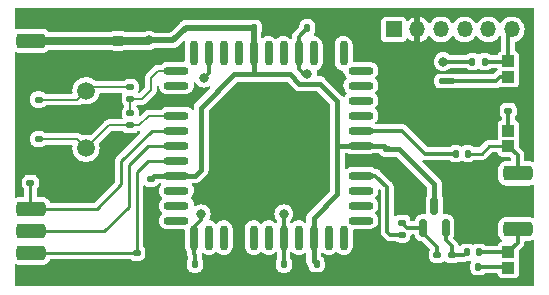
<source format=gtl>
G04 #@! TF.GenerationSoftware,KiCad,Pcbnew,(7.0.0-rc1-70-g9298defd3f)*
G04 #@! TF.CreationDate,2023-01-17T15:38:25-05:00*
G04 #@! TF.ProjectId,snes_dejitter,736e6573-5f64-4656-9a69-747465722e6b,rev?*
G04 #@! TF.SameCoordinates,Original*
G04 #@! TF.FileFunction,Copper,L1,Top*
G04 #@! TF.FilePolarity,Positive*
%FSLAX46Y46*%
G04 Gerber Fmt 4.6, Leading zero omitted, Abs format (unit mm)*
G04 Created by KiCad (PCBNEW (7.0.0-rc1-70-g9298defd3f)) date 2023-01-17 15:38:25*
%MOMM*%
%LPD*%
G01*
G04 APERTURE LIST*
G04 Aperture macros list*
%AMRoundRect*
0 Rectangle with rounded corners*
0 $1 Rounding radius*
0 $2 $3 $4 $5 $6 $7 $8 $9 X,Y pos of 4 corners*
0 Add a 4 corners polygon primitive as box body*
4,1,4,$2,$3,$4,$5,$6,$7,$8,$9,$2,$3,0*
0 Add four circle primitives for the rounded corners*
1,1,$1+$1,$2,$3*
1,1,$1+$1,$4,$5*
1,1,$1+$1,$6,$7*
1,1,$1+$1,$8,$9*
0 Add four rect primitives between the rounded corners*
20,1,$1+$1,$2,$3,$4,$5,0*
20,1,$1+$1,$4,$5,$6,$7,0*
20,1,$1+$1,$6,$7,$8,$9,0*
20,1,$1+$1,$8,$9,$2,$3,0*%
G04 Aperture macros list end*
G04 #@! TA.AperFunction,SMDPad,CuDef*
%ADD10RoundRect,0.225000X0.250000X-0.225000X0.250000X0.225000X-0.250000X0.225000X-0.250000X-0.225000X0*%
G04 #@! TD*
G04 #@! TA.AperFunction,SMDPad,CuDef*
%ADD11RoundRect,0.140000X-0.170000X0.140000X-0.170000X-0.140000X0.170000X-0.140000X0.170000X0.140000X0*%
G04 #@! TD*
G04 #@! TA.AperFunction,SMDPad,CuDef*
%ADD12RoundRect,0.140000X-0.140000X-0.170000X0.140000X-0.170000X0.140000X0.170000X-0.140000X0.170000X0*%
G04 #@! TD*
G04 #@! TA.AperFunction,SMDPad,CuDef*
%ADD13RoundRect,0.140000X0.170000X-0.140000X0.170000X0.140000X-0.170000X0.140000X-0.170000X-0.140000X0*%
G04 #@! TD*
G04 #@! TA.AperFunction,SMDPad,CuDef*
%ADD14RoundRect,0.140000X0.140000X0.170000X-0.140000X0.170000X-0.140000X-0.170000X0.140000X-0.170000X0*%
G04 #@! TD*
G04 #@! TA.AperFunction,SMDPad,CuDef*
%ADD15RoundRect,0.312500X-0.937500X-0.312500X0.937500X-0.312500X0.937500X0.312500X-0.937500X0.312500X0*%
G04 #@! TD*
G04 #@! TA.AperFunction,SMDPad,CuDef*
%ADD16RoundRect,0.150000X0.150000X-0.587500X0.150000X0.587500X-0.150000X0.587500X-0.150000X-0.587500X0*%
G04 #@! TD*
G04 #@! TA.AperFunction,SMDPad,CuDef*
%ADD17RoundRect,0.135000X-0.135000X-0.185000X0.135000X-0.185000X0.135000X0.185000X-0.135000X0.185000X0*%
G04 #@! TD*
G04 #@! TA.AperFunction,SMDPad,CuDef*
%ADD18RoundRect,0.135000X0.135000X0.185000X-0.135000X0.185000X-0.135000X-0.185000X0.135000X-0.185000X0*%
G04 #@! TD*
G04 #@! TA.AperFunction,SMDPad,CuDef*
%ADD19RoundRect,0.135000X0.185000X-0.135000X0.185000X0.135000X-0.185000X0.135000X-0.185000X-0.135000X0*%
G04 #@! TD*
G04 #@! TA.AperFunction,SMDPad,CuDef*
%ADD20RoundRect,0.135000X-0.185000X0.135000X-0.185000X-0.135000X0.185000X-0.135000X0.185000X0.135000X0*%
G04 #@! TD*
G04 #@! TA.AperFunction,SMDPad,CuDef*
%ADD21O,2.144000X0.700000*%
G04 #@! TD*
G04 #@! TA.AperFunction,SMDPad,CuDef*
%ADD22O,0.700000X2.144000*%
G04 #@! TD*
G04 #@! TA.AperFunction,ComponentPad*
%ADD23C,1.500000*%
G04 #@! TD*
G04 #@! TA.AperFunction,ComponentPad*
%ADD24R,1.350000X1.350000*%
G04 #@! TD*
G04 #@! TA.AperFunction,ComponentPad*
%ADD25O,1.350000X1.350000*%
G04 #@! TD*
G04 #@! TA.AperFunction,SMDPad,CuDef*
%ADD26R,1.000000X1.000000*%
G04 #@! TD*
G04 #@! TA.AperFunction,SMDPad,CuDef*
%ADD27RoundRect,0.112500X0.587500X0.112500X-0.587500X0.112500X-0.587500X-0.112500X0.587500X-0.112500X0*%
G04 #@! TD*
G04 #@! TA.AperFunction,ViaPad*
%ADD28C,0.800000*%
G04 #@! TD*
G04 #@! TA.AperFunction,Conductor*
%ADD29C,0.300000*%
G04 #@! TD*
G04 #@! TA.AperFunction,Conductor*
%ADD30C,0.350000*%
G04 #@! TD*
G04 #@! TA.AperFunction,Conductor*
%ADD31C,0.450000*%
G04 #@! TD*
G04 #@! TA.AperFunction,Conductor*
%ADD32C,0.500000*%
G04 #@! TD*
G04 #@! TA.AperFunction,Conductor*
%ADD33C,0.700000*%
G04 #@! TD*
G04 #@! TA.AperFunction,Conductor*
%ADD34C,0.250000*%
G04 #@! TD*
G04 #@! TA.AperFunction,Conductor*
%ADD35C,0.200000*%
G04 #@! TD*
G04 APERTURE END LIST*
D10*
X21700000Y-15840041D03*
X21700000Y-14290041D03*
D11*
X44500000Y-25020000D03*
X44500000Y-25980000D03*
X24500000Y-27520000D03*
X24500000Y-28480000D03*
D12*
X38520000Y-34750000D03*
X39480000Y-34750000D03*
D13*
X15000000Y-24150000D03*
X15000000Y-23190000D03*
D11*
X15000000Y-20820000D03*
X15000000Y-21780000D03*
D12*
X33220000Y-14760629D03*
X34180000Y-14760629D03*
D14*
X52230000Y-35000000D03*
X51270000Y-35000000D03*
D15*
X14340000Y-15840000D03*
X14340000Y-14000000D03*
X14350000Y-35690000D03*
X14350000Y-31950000D03*
X14350000Y-33810000D03*
X14350000Y-30090000D03*
X55550000Y-29000000D03*
X55550000Y-27080000D03*
X55550000Y-31790000D03*
D16*
X48500000Y-29812500D03*
X49450000Y-31687500D03*
X47550000Y-31687500D03*
D17*
X28240000Y-34750000D03*
X29260000Y-34750000D03*
D18*
X35760000Y-34750000D03*
X34740000Y-34750000D03*
D17*
X37740000Y-14750000D03*
X38760000Y-14750000D03*
D19*
X14290000Y-27860000D03*
X14290000Y-26840000D03*
X22750000Y-23010000D03*
X22750000Y-21990000D03*
X22750000Y-20760000D03*
X22750000Y-19740000D03*
X45750000Y-32260000D03*
X45750000Y-31240000D03*
D20*
X48750000Y-33990000D03*
X48750000Y-35010000D03*
X50000000Y-33990000D03*
X50000000Y-35010000D03*
D18*
X52260000Y-33750000D03*
X51240000Y-33750000D03*
X51310000Y-25400000D03*
X50290000Y-25400000D03*
D19*
X54750000Y-21760000D03*
X54750000Y-20740000D03*
D21*
X26661999Y-31063999D03*
X26661999Y-29793999D03*
X26661999Y-28523999D03*
X26661999Y-27253999D03*
X26661999Y-25983999D03*
X26661999Y-24713999D03*
X26661999Y-23443999D03*
X26661999Y-22173999D03*
X26661999Y-20903999D03*
X26661999Y-19633999D03*
X26661999Y-18363999D03*
D22*
X28114999Y-16910999D03*
X29384999Y-16910999D03*
X30654999Y-16910999D03*
X31924999Y-16910999D03*
X33194999Y-16910999D03*
X34464999Y-16910999D03*
X35734999Y-16910999D03*
X37004999Y-16910999D03*
X38274999Y-16910999D03*
X39544999Y-16910999D03*
X40814999Y-16910999D03*
D21*
X42267999Y-18363999D03*
X42267999Y-19633999D03*
X42267999Y-20903999D03*
X42267999Y-22173999D03*
X42267999Y-23443999D03*
X42267999Y-24713999D03*
X42267999Y-25983999D03*
X42267999Y-27253999D03*
X42267999Y-28523999D03*
X42267999Y-29793999D03*
X42267999Y-31063999D03*
D22*
X40814999Y-32516999D03*
X39544999Y-32516999D03*
X38274999Y-32516999D03*
X37004999Y-32516999D03*
X35734999Y-32516999D03*
X34464999Y-32516999D03*
X33194999Y-32516999D03*
X31924999Y-32516999D03*
X30654999Y-32516999D03*
X29384999Y-32516999D03*
X28114999Y-32516999D03*
D23*
X19000000Y-24950000D03*
X19000000Y-20070000D03*
D24*
X45056999Y-14887999D03*
D25*
X47056999Y-14887999D03*
X49056999Y-14887999D03*
X51056999Y-14887999D03*
X53056999Y-14887999D03*
X55056999Y-14887999D03*
D26*
X54749999Y-24749999D03*
X54749999Y-23449999D03*
X54749999Y-33749999D03*
X54749999Y-35049999D03*
D20*
X23300000Y-33790000D03*
X23300000Y-34810000D03*
D18*
X51721073Y-17606863D03*
X52741073Y-17606863D03*
D26*
X54749999Y-17599999D03*
X54749999Y-18899999D03*
D27*
X49600000Y-19250000D03*
X46800000Y-19250000D03*
D28*
X47800000Y-16700000D03*
X49247366Y-17609812D03*
X52400000Y-23600000D03*
X15400000Y-25700000D03*
X23900000Y-17500000D03*
X24100000Y-14200000D03*
X24900000Y-21100000D03*
X37600000Y-28800000D03*
X47500000Y-35700000D03*
X55800000Y-20400000D03*
X45900000Y-28500000D03*
X50500000Y-28300000D03*
X53800000Y-30200000D03*
X25900000Y-14200000D03*
X14900000Y-18200000D03*
X19300000Y-14200000D03*
X35600000Y-14400000D03*
X41600000Y-14500000D03*
X45600000Y-16700000D03*
X24300000Y-15800000D03*
X16400000Y-22500000D03*
X25800000Y-32800000D03*
X21800000Y-35500000D03*
X20400000Y-35500000D03*
X18900000Y-35500000D03*
X31800000Y-34800000D03*
X41900000Y-35500000D03*
X31400000Y-21900000D03*
X36900000Y-24000000D03*
X32700000Y-27600000D03*
X37750000Y-18650500D03*
X35750000Y-30500000D03*
X28750000Y-30500000D03*
X29000000Y-19000000D03*
D29*
X49250315Y-17606863D02*
X51721073Y-17606863D01*
X49247366Y-17609812D02*
X49250315Y-17606863D01*
D30*
X53697686Y-19250000D02*
X54047686Y-18900000D01*
X49600000Y-19250000D02*
X53697686Y-19250000D01*
X54047686Y-18900000D02*
X55000000Y-18900000D01*
X54743137Y-17606863D02*
X54750000Y-17600000D01*
X52741073Y-17606863D02*
X54743137Y-17606863D01*
D31*
X40286000Y-20986000D02*
X40286000Y-24700000D01*
X37075500Y-19475500D02*
X38775500Y-19475500D01*
X36295000Y-18695000D02*
X37075500Y-19475500D01*
X38775500Y-19475500D02*
X40286000Y-20986000D01*
X33195000Y-18695000D02*
X36295000Y-18695000D01*
X38275000Y-30825000D02*
X38275000Y-32517000D01*
X40286000Y-28814000D02*
X38275000Y-30825000D01*
X40286000Y-24700000D02*
X40286000Y-28814000D01*
X40300000Y-24714000D02*
X42268000Y-24714000D01*
X40286000Y-24700000D02*
X40300000Y-24714000D01*
X33195000Y-18695000D02*
X33195000Y-16911000D01*
D32*
X26400000Y-15800000D02*
X24300000Y-15800000D01*
X27453701Y-14746299D02*
X26400000Y-15800000D01*
X33205670Y-14746299D02*
X27453701Y-14746299D01*
X33220000Y-14760629D02*
X33205670Y-14746299D01*
X33195000Y-14785629D02*
X33220000Y-14760629D01*
X33195000Y-16911000D02*
X33195000Y-14785629D01*
D33*
X24259959Y-15840041D02*
X24300000Y-15800000D01*
X21700000Y-15840041D02*
X24259959Y-15840041D01*
D29*
X48750000Y-33319546D02*
X47550000Y-32119546D01*
X48750000Y-33990000D02*
X48750000Y-33319546D01*
X47550000Y-32119546D02*
X47550000Y-31687500D01*
X46197500Y-31687500D02*
X47550000Y-31687500D01*
X45750000Y-31240000D02*
X46197500Y-31687500D01*
X49450000Y-31687500D02*
X49450000Y-32700000D01*
X49450000Y-32700000D02*
X50000000Y-33250000D01*
X50000000Y-33250000D02*
X50000000Y-33990000D01*
D33*
X21699959Y-15840000D02*
X21700000Y-15840041D01*
X19005442Y-15840000D02*
X21699959Y-15840000D01*
X19005442Y-15840000D02*
X19005401Y-15840041D01*
X14340000Y-15840000D02*
X19005442Y-15840000D01*
D34*
X24286000Y-24714000D02*
X26662000Y-24714000D01*
X22600000Y-26400000D02*
X24286000Y-24714000D01*
X22600000Y-29900000D02*
X22600000Y-26400000D01*
X20550000Y-31950000D02*
X22600000Y-29900000D01*
X14350000Y-31950000D02*
X20550000Y-31950000D01*
X24266000Y-25984000D02*
X26662000Y-25984000D01*
X23300000Y-33730000D02*
X23300000Y-26950000D01*
X23220000Y-33810000D02*
X23300000Y-33730000D01*
X14350000Y-33810000D02*
X23220000Y-33810000D01*
X23300000Y-26950000D02*
X24266000Y-25984000D01*
X53150000Y-24750000D02*
X54750000Y-24750000D01*
X52500000Y-25400000D02*
X53150000Y-24750000D01*
X51310000Y-25400000D02*
X52500000Y-25400000D01*
D29*
X45744000Y-23444000D02*
X47700000Y-25400000D01*
X42268000Y-23444000D02*
X45744000Y-23444000D01*
X47700000Y-25400000D02*
X50290000Y-25400000D01*
D31*
X33195000Y-14762401D02*
X33196772Y-14760629D01*
D29*
X50990000Y-34000000D02*
X51240000Y-33750000D01*
X50010000Y-34000000D02*
X50990000Y-34000000D01*
X50000000Y-33990000D02*
X50010000Y-34000000D01*
X44500000Y-32000000D02*
X44500000Y-28250000D01*
X44500000Y-28250000D02*
X43504000Y-27254000D01*
X44760000Y-32260000D02*
X44500000Y-32000000D01*
X43504000Y-27254000D02*
X42268000Y-27254000D01*
X45750000Y-32260000D02*
X44760000Y-32260000D01*
X54700000Y-35000000D02*
X54750000Y-35050000D01*
X52230000Y-35000000D02*
X54700000Y-35000000D01*
X55550000Y-32950000D02*
X55550000Y-31790000D01*
X54750000Y-33750000D02*
X55550000Y-32950000D01*
X52260000Y-33750000D02*
X54750000Y-33750000D01*
X55550000Y-25550000D02*
X55550000Y-27080000D01*
X54750000Y-24750000D02*
X55550000Y-25550000D01*
D31*
X45520000Y-25020000D02*
X48500000Y-28000000D01*
X44500000Y-25020000D02*
X45520000Y-25020000D01*
X48500000Y-28000000D02*
X48500000Y-29812500D01*
D29*
X54750000Y-21760000D02*
X54750000Y-23450000D01*
X37400500Y-18650500D02*
X37750000Y-18650500D01*
X37250000Y-18500000D02*
X37400500Y-18650500D01*
X37005000Y-18255000D02*
X37250000Y-18500000D01*
X37005000Y-16911000D02*
X37005000Y-18255000D01*
X37005000Y-15485000D02*
X37740000Y-14750000D01*
X37005000Y-16911000D02*
X37005000Y-15485000D01*
X35735000Y-30515000D02*
X35750000Y-30500000D01*
X35735000Y-32517000D02*
X35735000Y-30515000D01*
X28750000Y-31000000D02*
X28750000Y-30500000D01*
X28500000Y-31250000D02*
X28750000Y-31000000D01*
X28115000Y-31635000D02*
X28500000Y-31250000D01*
X28115000Y-32517000D02*
X28115000Y-31635000D01*
X29385000Y-18615000D02*
X29000000Y-19000000D01*
X29385000Y-16911000D02*
X29385000Y-18615000D01*
X35735000Y-32517000D02*
X35735000Y-34725000D01*
X35735000Y-34725000D02*
X35760000Y-34750000D01*
X28240000Y-33984206D02*
X28240000Y-34750000D01*
X28115000Y-33859206D02*
X28240000Y-33984206D01*
X28115000Y-32517000D02*
X28115000Y-33859206D01*
D31*
X28750000Y-26750000D02*
X28750000Y-21500000D01*
X28246000Y-27254000D02*
X28750000Y-26750000D01*
X28750000Y-21500000D02*
X31555000Y-18695000D01*
X31555000Y-18695000D02*
X33195000Y-18695000D01*
X26662000Y-27254000D02*
X28246000Y-27254000D01*
X44194000Y-24714000D02*
X44500000Y-25020000D01*
X42268000Y-24714000D02*
X44194000Y-24714000D01*
X38275000Y-34505000D02*
X38520000Y-34750000D01*
X38275000Y-32517000D02*
X38275000Y-34505000D01*
X24766000Y-27254000D02*
X26662000Y-27254000D01*
X24500000Y-27520000D02*
X24766000Y-27254000D01*
D35*
X23490000Y-23010000D02*
X22750000Y-23010000D01*
X24326000Y-22174000D02*
X23490000Y-23010000D01*
X26662000Y-22174000D02*
X24326000Y-22174000D01*
X25136000Y-18364000D02*
X26662000Y-18364000D01*
X24500000Y-19000000D02*
X25136000Y-18364000D01*
X23740000Y-20760000D02*
X24500000Y-20000000D01*
X24500000Y-20000000D02*
X24500000Y-19000000D01*
X22750000Y-20760000D02*
X23740000Y-20760000D01*
X22750000Y-20760000D02*
X22750000Y-21990000D01*
X19330000Y-19740000D02*
X22750000Y-19740000D01*
X19000000Y-20070000D02*
X19330000Y-19740000D01*
X20940000Y-23010000D02*
X22750000Y-23010000D01*
X19000000Y-24950000D02*
X20940000Y-23010000D01*
X18200000Y-24150000D02*
X19000000Y-24950000D01*
X15000000Y-24150000D02*
X18200000Y-24150000D01*
X18250000Y-20820000D02*
X19000000Y-20070000D01*
X15000000Y-20820000D02*
X18250000Y-20820000D01*
D34*
X19910000Y-30090000D02*
X14350000Y-30090000D01*
X22000000Y-28000000D02*
X19910000Y-30090000D01*
X22000000Y-26000000D02*
X22000000Y-28000000D01*
X24556000Y-23444000D02*
X22000000Y-26000000D01*
X26662000Y-23444000D02*
X24556000Y-23444000D01*
D30*
X55057000Y-14888000D02*
X54750000Y-15195000D01*
X54750000Y-15195000D02*
X54750000Y-17350000D01*
X54750000Y-17350000D02*
X55000000Y-17600000D01*
D34*
X14290000Y-30030000D02*
X14290000Y-28112000D01*
X14350000Y-30090000D02*
X14290000Y-30030000D01*
G04 #@! TA.AperFunction,Conductor*
G36*
X33145065Y-19322254D02*
G01*
X33149288Y-19323059D01*
X33149289Y-19323059D01*
X33155412Y-19324227D01*
X33211553Y-19320694D01*
X33217769Y-19320500D01*
X33234350Y-19320500D01*
X35994902Y-19320500D01*
X36032788Y-19328036D01*
X36064906Y-19349496D01*
X36577567Y-19862157D01*
X36583847Y-19869059D01*
X36586372Y-19872112D01*
X36589714Y-19877377D01*
X36631830Y-19916927D01*
X36639018Y-19923677D01*
X36641251Y-19925841D01*
X36661030Y-19945620D01*
X36663486Y-19947525D01*
X36665133Y-19948803D01*
X36672219Y-19954856D01*
X36681879Y-19963927D01*
X36704918Y-19985562D01*
X36710381Y-19988565D01*
X36710382Y-19988566D01*
X36724193Y-19996159D01*
X36737177Y-20004687D01*
X36754564Y-20018174D01*
X36760280Y-20020647D01*
X36760288Y-20020652D01*
X36795734Y-20035990D01*
X36804112Y-20040094D01*
X36837949Y-20058696D01*
X36843408Y-20061697D01*
X36857240Y-20065248D01*
X36864715Y-20067168D01*
X36879413Y-20072200D01*
X36899605Y-20080938D01*
X36943904Y-20087953D01*
X36953036Y-20089844D01*
X36996481Y-20101000D01*
X37018483Y-20101000D01*
X37033969Y-20102218D01*
X37055696Y-20105660D01*
X37100348Y-20101439D01*
X37109666Y-20101000D01*
X38475402Y-20101000D01*
X38513288Y-20108536D01*
X38545406Y-20129996D01*
X39631504Y-21216094D01*
X39652964Y-21248212D01*
X39660500Y-21286098D01*
X39660500Y-24621303D01*
X39660061Y-24630618D01*
X39659685Y-24634590D01*
X39658327Y-24640667D01*
X39658522Y-24646888D01*
X39658522Y-24646894D01*
X39660451Y-24708255D01*
X39660500Y-24711365D01*
X39660500Y-28513901D01*
X39652964Y-28551787D01*
X39631504Y-28583905D01*
X37888337Y-30327070D01*
X37881442Y-30333344D01*
X37878378Y-30335878D01*
X37873123Y-30339214D01*
X37868864Y-30343749D01*
X37868857Y-30343755D01*
X37826835Y-30388503D01*
X37824676Y-30390731D01*
X37807077Y-30408331D01*
X37807070Y-30408338D01*
X37804880Y-30410529D01*
X37802981Y-30412976D01*
X37802970Y-30412989D01*
X37801684Y-30414647D01*
X37795646Y-30421715D01*
X37770878Y-30448092D01*
X37764938Y-30454418D01*
X37761940Y-30459871D01*
X37761935Y-30459878D01*
X37754335Y-30473702D01*
X37745811Y-30486678D01*
X37736145Y-30499140D01*
X37736140Y-30499147D01*
X37732327Y-30504064D01*
X37729855Y-30509775D01*
X37729855Y-30509776D01*
X37714511Y-30545232D01*
X37710410Y-30553603D01*
X37688803Y-30592908D01*
X37683605Y-30613154D01*
X37683333Y-30614212D01*
X37678303Y-30628902D01*
X37672036Y-30643383D01*
X37672032Y-30643394D01*
X37669562Y-30649104D01*
X37668588Y-30655247D01*
X37668587Y-30655254D01*
X37662543Y-30693412D01*
X37660653Y-30702539D01*
X37651047Y-30739953D01*
X37651046Y-30739957D01*
X37649500Y-30745981D01*
X37649500Y-30752207D01*
X37649500Y-30767983D01*
X37648281Y-30783470D01*
X37646062Y-30797482D01*
X37644840Y-30805196D01*
X37645425Y-30811386D01*
X37645425Y-30811394D01*
X37649061Y-30849849D01*
X37649500Y-30859166D01*
X37649500Y-31141752D01*
X37633213Y-31196153D01*
X37589712Y-31232655D01*
X37533309Y-31239248D01*
X37482562Y-31213762D01*
X37460410Y-31192863D01*
X37460409Y-31192862D01*
X37456218Y-31188908D01*
X37422117Y-31169220D01*
X37309273Y-31104070D01*
X37309272Y-31104069D01*
X37304281Y-31101188D01*
X37298758Y-31099534D01*
X37298757Y-31099534D01*
X37141733Y-31052523D01*
X37141728Y-31052522D01*
X37136210Y-31050870D01*
X37130461Y-31050535D01*
X37130455Y-31050534D01*
X36966814Y-31041003D01*
X36966806Y-31041003D01*
X36961065Y-31040669D01*
X36955395Y-31041668D01*
X36955391Y-31041669D01*
X36793961Y-31070134D01*
X36793954Y-31070136D01*
X36788289Y-31071135D01*
X36783008Y-31073412D01*
X36783001Y-31073415D01*
X36632484Y-31138341D01*
X36632477Y-31138344D01*
X36627196Y-31140623D01*
X36622579Y-31144059D01*
X36622574Y-31144063D01*
X36491095Y-31241946D01*
X36491090Y-31241949D01*
X36486470Y-31245390D01*
X36482766Y-31249804D01*
X36482762Y-31249808D01*
X36460338Y-31276533D01*
X36410123Y-31308524D01*
X36350640Y-31305927D01*
X36303404Y-31269681D01*
X36285500Y-31212897D01*
X36285500Y-31137586D01*
X36293036Y-31099700D01*
X36314496Y-31067582D01*
X36344916Y-31037162D01*
X36379816Y-31002262D01*
X36475789Y-30849522D01*
X36535368Y-30679255D01*
X36555565Y-30500000D01*
X36535368Y-30320745D01*
X36475789Y-30150478D01*
X36379816Y-29997738D01*
X36252262Y-29870184D01*
X36099522Y-29774211D01*
X36094271Y-29772373D01*
X36094270Y-29772373D01*
X35934503Y-29716468D01*
X35934500Y-29716467D01*
X35929255Y-29714632D01*
X35923738Y-29714010D01*
X35923732Y-29714009D01*
X35755520Y-29695057D01*
X35750000Y-29694435D01*
X35744480Y-29695057D01*
X35576267Y-29714009D01*
X35576259Y-29714010D01*
X35570745Y-29714632D01*
X35565501Y-29716466D01*
X35565496Y-29716468D01*
X35405729Y-29772373D01*
X35405724Y-29772375D01*
X35400478Y-29774211D01*
X35395771Y-29777168D01*
X35395768Y-29777170D01*
X35252446Y-29867225D01*
X35252441Y-29867228D01*
X35247738Y-29870184D01*
X35243811Y-29874110D01*
X35243807Y-29874114D01*
X35124114Y-29993807D01*
X35124110Y-29993811D01*
X35120184Y-29997738D01*
X35117228Y-30002441D01*
X35117225Y-30002446D01*
X35027170Y-30145768D01*
X35024211Y-30150478D01*
X35022375Y-30155724D01*
X35022373Y-30155729D01*
X34966468Y-30315496D01*
X34966466Y-30315501D01*
X34964632Y-30320745D01*
X34964010Y-30326259D01*
X34964009Y-30326267D01*
X34948613Y-30462915D01*
X34944435Y-30500000D01*
X34945861Y-30512658D01*
X34964009Y-30673732D01*
X34964010Y-30673738D01*
X34964632Y-30679255D01*
X34966467Y-30684500D01*
X34966468Y-30684503D01*
X35010869Y-30811394D01*
X35024211Y-30849522D01*
X35030271Y-30859166D01*
X35115229Y-30994377D01*
X35120184Y-31002262D01*
X35124114Y-31006192D01*
X35155504Y-31037582D01*
X35176964Y-31069700D01*
X35184500Y-31107586D01*
X35184500Y-31212511D01*
X35168213Y-31266912D01*
X35124712Y-31303414D01*
X35068309Y-31310007D01*
X35017562Y-31284521D01*
X34920410Y-31192863D01*
X34920409Y-31192862D01*
X34916218Y-31188908D01*
X34882117Y-31169220D01*
X34769273Y-31104070D01*
X34769272Y-31104069D01*
X34764281Y-31101188D01*
X34758758Y-31099534D01*
X34758757Y-31099534D01*
X34601733Y-31052523D01*
X34601728Y-31052522D01*
X34596210Y-31050870D01*
X34590461Y-31050535D01*
X34590455Y-31050534D01*
X34426814Y-31041003D01*
X34426806Y-31041003D01*
X34421065Y-31040669D01*
X34415395Y-31041668D01*
X34415391Y-31041669D01*
X34253961Y-31070134D01*
X34253954Y-31070136D01*
X34248289Y-31071135D01*
X34243008Y-31073412D01*
X34243001Y-31073415D01*
X34092484Y-31138341D01*
X34092477Y-31138344D01*
X34087196Y-31140623D01*
X34082579Y-31144059D01*
X34082574Y-31144063D01*
X33951095Y-31241946D01*
X33951090Y-31241949D01*
X33946470Y-31245390D01*
X33942765Y-31249804D01*
X33942761Y-31249809D01*
X33907703Y-31291589D01*
X33863915Y-31321621D01*
X33810907Y-31324708D01*
X33763928Y-31299962D01*
X33650410Y-31192862D01*
X33650405Y-31192858D01*
X33646218Y-31188908D01*
X33612117Y-31169220D01*
X33499273Y-31104070D01*
X33499272Y-31104069D01*
X33494281Y-31101188D01*
X33488758Y-31099534D01*
X33488757Y-31099534D01*
X33331733Y-31052523D01*
X33331728Y-31052522D01*
X33326210Y-31050870D01*
X33320461Y-31050535D01*
X33320455Y-31050534D01*
X33156814Y-31041003D01*
X33156806Y-31041003D01*
X33151065Y-31040669D01*
X33145395Y-31041668D01*
X33145391Y-31041669D01*
X32983961Y-31070134D01*
X32983954Y-31070136D01*
X32978289Y-31071135D01*
X32973008Y-31073412D01*
X32973001Y-31073415D01*
X32822484Y-31138341D01*
X32822477Y-31138344D01*
X32817196Y-31140623D01*
X32812579Y-31144059D01*
X32812574Y-31144063D01*
X32681095Y-31241946D01*
X32681090Y-31241949D01*
X32676470Y-31245390D01*
X32672766Y-31249804D01*
X32672762Y-31249808D01*
X32569500Y-31372871D01*
X32563698Y-31379786D01*
X32561113Y-31384932D01*
X32561111Y-31384936D01*
X32487548Y-31531412D01*
X32487545Y-31531418D01*
X32484960Y-31536567D01*
X32483629Y-31542180D01*
X32483629Y-31542182D01*
X32445829Y-31701668D01*
X32445828Y-31701675D01*
X32444500Y-31707279D01*
X32444500Y-33282709D01*
X32444833Y-33285563D01*
X32444834Y-33285570D01*
X32459089Y-33407526D01*
X32459759Y-33413255D01*
X32519763Y-33578117D01*
X32616170Y-33724696D01*
X32620361Y-33728650D01*
X32739589Y-33841137D01*
X32739593Y-33841140D01*
X32743782Y-33845092D01*
X32895719Y-33932812D01*
X33063790Y-33983130D01*
X33238935Y-33993331D01*
X33411711Y-33962865D01*
X33572804Y-33893377D01*
X33713530Y-33788610D01*
X33752296Y-33742410D01*
X33796083Y-33712378D01*
X33849092Y-33709291D01*
X33896071Y-33734037D01*
X34009589Y-33841137D01*
X34009593Y-33841140D01*
X34013782Y-33845092D01*
X34165719Y-33932812D01*
X34333790Y-33983130D01*
X34508935Y-33993331D01*
X34681711Y-33962865D01*
X34842804Y-33893377D01*
X34983530Y-33788610D01*
X35009662Y-33757466D01*
X35059877Y-33725476D01*
X35119360Y-33728073D01*
X35166596Y-33764319D01*
X35184500Y-33821103D01*
X35184500Y-34226350D01*
X35179336Y-34257906D01*
X35164383Y-34286170D01*
X35157927Y-34294682D01*
X35157921Y-34294691D01*
X35153837Y-34300078D01*
X35151355Y-34306369D01*
X35151354Y-34306373D01*
X35102202Y-34431016D01*
X35099834Y-34437021D01*
X35099078Y-34443315D01*
X35099076Y-34443324D01*
X35089851Y-34520144D01*
X35089850Y-34520156D01*
X35089500Y-34523073D01*
X35089500Y-34526023D01*
X35089500Y-34526024D01*
X35089500Y-34973974D01*
X35089500Y-34973990D01*
X35089501Y-34976926D01*
X35089851Y-34979842D01*
X35089852Y-34979856D01*
X35099077Y-35056675D01*
X35099834Y-35062979D01*
X35102160Y-35068879D01*
X35102162Y-35068884D01*
X35151353Y-35193625D01*
X35151355Y-35193629D01*
X35153837Y-35199922D01*
X35242784Y-35317216D01*
X35360078Y-35406163D01*
X35497021Y-35460166D01*
X35503323Y-35460922D01*
X35503324Y-35460923D01*
X35520121Y-35462940D01*
X35583073Y-35470500D01*
X35936926Y-35470499D01*
X36022979Y-35460166D01*
X36159922Y-35406163D01*
X36277216Y-35317216D01*
X36366163Y-35199922D01*
X36420166Y-35062979D01*
X36430500Y-34976927D01*
X36430499Y-34523074D01*
X36420166Y-34437021D01*
X36417798Y-34431016D01*
X36368646Y-34306374D01*
X36368645Y-34306372D01*
X36366163Y-34300078D01*
X36305615Y-34220234D01*
X36290664Y-34191972D01*
X36285500Y-34160416D01*
X36285500Y-33821489D01*
X36301787Y-33767088D01*
X36345288Y-33730586D01*
X36401691Y-33723993D01*
X36452438Y-33749479D01*
X36516739Y-33810144D01*
X36553782Y-33845092D01*
X36705719Y-33932812D01*
X36873790Y-33983130D01*
X37048935Y-33993331D01*
X37221711Y-33962865D01*
X37382804Y-33893377D01*
X37491381Y-33812543D01*
X37541871Y-33793331D01*
X37594931Y-33803484D01*
X37634761Y-33839981D01*
X37649500Y-33891954D01*
X37649500Y-34426303D01*
X37649061Y-34435618D01*
X37648685Y-34439590D01*
X37647327Y-34445667D01*
X37647522Y-34451888D01*
X37647522Y-34451894D01*
X37649451Y-34513255D01*
X37649500Y-34516365D01*
X37649500Y-34544350D01*
X37649888Y-34547426D01*
X37649890Y-34547450D01*
X37650151Y-34549513D01*
X37650881Y-34558793D01*
X37652033Y-34595425D01*
X37652291Y-34603627D01*
X37654027Y-34609602D01*
X37654028Y-34609608D01*
X37658429Y-34624755D01*
X37661578Y-34639966D01*
X37664336Y-34661792D01*
X37666628Y-34667581D01*
X37680846Y-34703493D01*
X37683865Y-34712312D01*
X37694644Y-34749410D01*
X37694645Y-34749414D01*
X37696382Y-34755390D01*
X37699550Y-34760747D01*
X37707581Y-34774328D01*
X37714411Y-34788270D01*
X37720220Y-34802940D01*
X37720222Y-34802944D01*
X37722514Y-34808732D01*
X37726173Y-34813768D01*
X37726174Y-34813770D01*
X37748879Y-34845021D01*
X37753997Y-34852812D01*
X37776830Y-34891420D01*
X37781234Y-34895824D01*
X37792389Y-34906979D01*
X37802477Y-34918792D01*
X37815406Y-34936587D01*
X37818225Y-34938919D01*
X37834620Y-34963123D01*
X37843207Y-34993195D01*
X37849173Y-35042872D01*
X37849930Y-35049174D01*
X37852258Y-35055079D01*
X37852259Y-35055080D01*
X37901952Y-35181093D01*
X37901954Y-35181097D01*
X37904438Y-35187395D01*
X37994215Y-35305785D01*
X38112605Y-35395562D01*
X38250826Y-35450070D01*
X38337680Y-35460500D01*
X38699368Y-35460500D01*
X38702320Y-35460500D01*
X38789174Y-35450070D01*
X38927395Y-35395562D01*
X39045785Y-35305785D01*
X39135562Y-35187395D01*
X39190070Y-35049174D01*
X39200500Y-34962320D01*
X39200500Y-34537680D01*
X39190070Y-34450826D01*
X39135562Y-34312605D01*
X39045785Y-34194215D01*
X38939680Y-34113754D01*
X38910835Y-34078910D01*
X38900500Y-34034871D01*
X38900500Y-33892248D01*
X38916787Y-33837847D01*
X38960288Y-33801345D01*
X39016691Y-33794752D01*
X39067438Y-33820238D01*
X39093782Y-33845092D01*
X39245719Y-33932812D01*
X39413790Y-33983130D01*
X39588935Y-33993331D01*
X39761711Y-33962865D01*
X39922804Y-33893377D01*
X40063530Y-33788610D01*
X40102296Y-33742410D01*
X40146083Y-33712378D01*
X40199092Y-33709291D01*
X40246071Y-33734037D01*
X40359589Y-33841137D01*
X40359593Y-33841140D01*
X40363782Y-33845092D01*
X40515719Y-33932812D01*
X40683790Y-33983130D01*
X40858935Y-33993331D01*
X41031711Y-33962865D01*
X41192804Y-33893377D01*
X41333530Y-33788610D01*
X41446302Y-33654214D01*
X41525040Y-33497433D01*
X41565500Y-33326721D01*
X41565500Y-31913500D01*
X41578763Y-31864000D01*
X41615000Y-31827763D01*
X41664500Y-31814500D01*
X43030825Y-31814500D01*
X43033709Y-31814500D01*
X43164255Y-31799241D01*
X43329117Y-31739237D01*
X43475696Y-31642830D01*
X43596092Y-31515218D01*
X43683812Y-31363281D01*
X43734130Y-31195210D01*
X43744331Y-31020065D01*
X43713865Y-30847289D01*
X43644377Y-30686196D01*
X43539610Y-30545470D01*
X43531835Y-30538946D01*
X43493411Y-30506704D01*
X43463378Y-30462915D01*
X43460291Y-30409907D01*
X43485035Y-30362930D01*
X43596092Y-30245218D01*
X43683812Y-30093281D01*
X43734130Y-29925210D01*
X43744331Y-29750065D01*
X43713865Y-29577289D01*
X43644377Y-29416196D01*
X43539610Y-29275470D01*
X43535191Y-29271762D01*
X43493411Y-29236704D01*
X43463378Y-29192915D01*
X43460291Y-29139907D01*
X43485035Y-29092930D01*
X43596092Y-28975218D01*
X43683812Y-28823281D01*
X43734130Y-28655210D01*
X43742907Y-28504513D01*
X43761901Y-28451733D01*
X43806529Y-28417745D01*
X43862463Y-28413465D01*
X43911743Y-28440268D01*
X43920504Y-28449029D01*
X43941964Y-28481147D01*
X43949500Y-28519033D01*
X43949500Y-31988921D01*
X43949442Y-31992301D01*
X43949162Y-32000513D01*
X43947238Y-32056826D01*
X43948840Y-32063401D01*
X43948841Y-32063407D01*
X43957266Y-32097978D01*
X43959159Y-32107936D01*
X43964007Y-32143210D01*
X43964008Y-32143215D01*
X43964930Y-32149920D01*
X43967627Y-32156128D01*
X43972932Y-32168341D01*
X43978313Y-32184344D01*
X43983067Y-32203852D01*
X43986385Y-32209754D01*
X43986386Y-32209755D01*
X44003833Y-32240785D01*
X44008340Y-32249860D01*
X44025220Y-32288720D01*
X44029491Y-32293970D01*
X44029492Y-32293971D01*
X44037892Y-32304296D01*
X44047388Y-32318249D01*
X44057234Y-32335759D01*
X44062022Y-32340547D01*
X44087199Y-32365724D01*
X44093990Y-32373250D01*
X44116085Y-32400409D01*
X44120722Y-32406108D01*
X44129735Y-32412470D01*
X44137123Y-32417685D01*
X44150036Y-32428561D01*
X44362903Y-32641428D01*
X44365252Y-32643859D01*
X44409320Y-32691044D01*
X44415102Y-32694560D01*
X44445519Y-32713057D01*
X44453900Y-32718761D01*
X44487658Y-32744361D01*
X44506340Y-32751728D01*
X44521454Y-32759234D01*
X44538618Y-32769672D01*
X44545138Y-32771499D01*
X44545141Y-32771500D01*
X44565543Y-32777216D01*
X44579416Y-32781103D01*
X44589016Y-32784331D01*
X44628436Y-32799876D01*
X44648410Y-32801929D01*
X44664990Y-32805079D01*
X44684335Y-32810500D01*
X44726700Y-32810500D01*
X44736824Y-32811019D01*
X44778972Y-32815352D01*
X44798761Y-32811939D01*
X44815582Y-32810500D01*
X45193383Y-32810500D01*
X45224938Y-32815664D01*
X45253202Y-32830616D01*
X45300078Y-32866163D01*
X45306372Y-32868645D01*
X45306374Y-32868646D01*
X45335164Y-32879999D01*
X45437021Y-32920166D01*
X45443323Y-32920922D01*
X45443324Y-32920923D01*
X45460121Y-32922940D01*
X45523073Y-32930500D01*
X45976926Y-32930499D01*
X46062979Y-32920166D01*
X46199922Y-32866163D01*
X46317216Y-32777216D01*
X46406163Y-32659922D01*
X46460166Y-32522979D01*
X46470500Y-32436927D01*
X46470499Y-32336999D01*
X46483762Y-32287501D01*
X46519999Y-32251264D01*
X46569499Y-32238000D01*
X46752058Y-32238000D01*
X46798104Y-32249360D01*
X46833583Y-32280833D01*
X46850351Y-32325195D01*
X46851821Y-32337429D01*
X46858491Y-32392978D01*
X46860123Y-32406564D01*
X46862451Y-32412469D01*
X46862452Y-32412470D01*
X46884405Y-32468140D01*
X46915639Y-32547342D01*
X47007078Y-32667922D01*
X47127658Y-32759361D01*
X47268436Y-32814877D01*
X47356898Y-32825500D01*
X47436421Y-32825500D01*
X47474307Y-32833036D01*
X47506425Y-32854496D01*
X47816789Y-33164860D01*
X48096699Y-33444769D01*
X48121056Y-33484822D01*
X48124256Y-33531590D01*
X48105582Y-33574588D01*
X48097928Y-33584681D01*
X48097923Y-33584689D01*
X48093837Y-33590078D01*
X48091356Y-33596366D01*
X48091353Y-33596374D01*
X48042163Y-33721114D01*
X48039834Y-33727021D01*
X48039078Y-33733315D01*
X48039076Y-33733324D01*
X48029851Y-33810144D01*
X48029850Y-33810156D01*
X48029500Y-33813073D01*
X48029500Y-33816023D01*
X48029500Y-33816024D01*
X48029500Y-34163973D01*
X48029500Y-34163989D01*
X48029501Y-34166926D01*
X48029851Y-34169842D01*
X48029852Y-34169856D01*
X48039077Y-34246676D01*
X48039834Y-34252979D01*
X48042160Y-34258879D01*
X48042162Y-34258884D01*
X48091353Y-34383625D01*
X48091355Y-34383629D01*
X48093837Y-34389922D01*
X48182784Y-34507216D01*
X48300078Y-34596163D01*
X48306372Y-34598645D01*
X48306374Y-34598646D01*
X48334172Y-34609608D01*
X48437021Y-34650166D01*
X48443323Y-34650922D01*
X48443324Y-34650923D01*
X48460121Y-34652940D01*
X48523073Y-34660500D01*
X48976926Y-34660499D01*
X49062979Y-34650166D01*
X49199922Y-34596163D01*
X49315181Y-34508758D01*
X49353754Y-34490949D01*
X49396243Y-34490949D01*
X49434818Y-34508759D01*
X49485840Y-34547450D01*
X49550078Y-34596163D01*
X49556372Y-34598645D01*
X49556374Y-34598646D01*
X49584172Y-34609608D01*
X49687021Y-34650166D01*
X49693323Y-34650922D01*
X49693324Y-34650923D01*
X49710121Y-34652940D01*
X49773073Y-34660500D01*
X50226926Y-34660499D01*
X50312979Y-34650166D01*
X50449922Y-34596163D01*
X50483610Y-34570616D01*
X50511875Y-34555664D01*
X50543430Y-34550500D01*
X50978921Y-34550500D01*
X50982301Y-34550558D01*
X51046826Y-34552762D01*
X51087980Y-34542732D01*
X51097943Y-34540838D01*
X51139920Y-34535070D01*
X51158345Y-34527065D01*
X51174345Y-34521686D01*
X51175129Y-34521494D01*
X51193852Y-34516933D01*
X51230788Y-34496164D01*
X51239860Y-34491659D01*
X51269707Y-34478695D01*
X51309148Y-34470499D01*
X51413974Y-34470499D01*
X51416926Y-34470499D01*
X51497596Y-34460812D01*
X51547674Y-34467805D01*
X51587768Y-34498616D01*
X51607418Y-34545207D01*
X51601495Y-34595425D01*
X51564744Y-34688619D01*
X51559930Y-34700826D01*
X51559173Y-34707124D01*
X51559173Y-34707127D01*
X51549851Y-34784751D01*
X51549850Y-34784763D01*
X51549500Y-34787680D01*
X51549500Y-35212320D01*
X51549850Y-35215237D01*
X51549851Y-35215248D01*
X51559173Y-35292872D01*
X51559930Y-35299174D01*
X51562258Y-35305079D01*
X51562259Y-35305080D01*
X51611952Y-35431093D01*
X51611954Y-35431097D01*
X51614438Y-35437395D01*
X51704215Y-35555785D01*
X51822605Y-35645562D01*
X51960826Y-35700070D01*
X52047680Y-35710500D01*
X52409368Y-35710500D01*
X52412320Y-35710500D01*
X52499174Y-35700070D01*
X52637395Y-35645562D01*
X52736227Y-35570615D01*
X52764491Y-35555664D01*
X52796046Y-35550500D01*
X53760034Y-35550500D01*
X53804980Y-35561291D01*
X53840127Y-35591310D01*
X53857815Y-35634015D01*
X53858995Y-35641469D01*
X53864354Y-35675304D01*
X53921950Y-35788342D01*
X54011658Y-35878050D01*
X54124696Y-35935646D01*
X54218481Y-35950500D01*
X55281518Y-35950499D01*
X55375304Y-35935646D01*
X55488342Y-35878050D01*
X55578050Y-35788342D01*
X55635646Y-35675304D01*
X55650500Y-35581519D01*
X55650499Y-34518482D01*
X55635646Y-34424696D01*
X55635211Y-34423842D01*
X55631434Y-34399998D01*
X55635211Y-34376156D01*
X55635646Y-34375304D01*
X55650500Y-34281519D01*
X55650499Y-33669031D01*
X55658035Y-33631146D01*
X55679492Y-33599031D01*
X55931471Y-33347052D01*
X55933841Y-33344763D01*
X55981044Y-33300680D01*
X56003060Y-33264474D01*
X56008747Y-33256117D01*
X56034361Y-33222342D01*
X56041729Y-33203656D01*
X56049234Y-33188545D01*
X56059672Y-33171382D01*
X56071104Y-33130576D01*
X56074328Y-33120989D01*
X56089876Y-33081564D01*
X56091929Y-33061590D01*
X56095082Y-33045003D01*
X56098673Y-33032187D01*
X56098673Y-33032183D01*
X56100500Y-33025665D01*
X56100500Y-32983300D01*
X56101019Y-32973176D01*
X56102782Y-32956026D01*
X56105352Y-32931028D01*
X56104201Y-32924352D01*
X56103980Y-32917881D01*
X56116080Y-32866965D01*
X56152449Y-32829332D01*
X56202922Y-32815499D01*
X56532480Y-32815499D01*
X56535012Y-32815499D01*
X56632663Y-32805524D01*
X56790878Y-32753097D01*
X56796473Y-32749645D01*
X56798527Y-32748380D01*
X56800942Y-32747666D01*
X56801014Y-32747633D01*
X56801019Y-32747643D01*
X56848340Y-32733664D01*
X56898748Y-32746193D01*
X56935874Y-32782518D01*
X56949500Y-32832640D01*
X56949500Y-36550500D01*
X56936237Y-36600000D01*
X56900000Y-36636237D01*
X56850500Y-36649500D01*
X13049500Y-36649500D01*
X13000000Y-36636237D01*
X12963763Y-36600000D01*
X12950500Y-36550500D01*
X12950500Y-34852640D01*
X12964126Y-34802518D01*
X13001252Y-34766193D01*
X13051660Y-34753664D01*
X13098980Y-34767643D01*
X13098986Y-34767633D01*
X13099057Y-34767666D01*
X13101473Y-34768380D01*
X13104214Y-34770070D01*
X13109122Y-34773097D01*
X13114589Y-34774908D01*
X13114590Y-34774909D01*
X13153131Y-34787680D01*
X13267337Y-34825524D01*
X13364987Y-34835500D01*
X15335012Y-34835499D01*
X15432663Y-34825524D01*
X15590878Y-34773097D01*
X15732739Y-34685596D01*
X15850596Y-34567739D01*
X15938097Y-34425878D01*
X15945558Y-34403359D01*
X15981577Y-34354238D01*
X16039534Y-34335500D01*
X22736790Y-34335500D01*
X22768346Y-34340664D01*
X22796606Y-34355614D01*
X22850078Y-34396163D01*
X22987021Y-34450166D01*
X22993323Y-34450922D01*
X22993324Y-34450923D01*
X23001410Y-34451894D01*
X23073073Y-34460500D01*
X23526926Y-34460499D01*
X23612979Y-34450166D01*
X23749922Y-34396163D01*
X23867216Y-34307216D01*
X23956163Y-34189922D01*
X24010166Y-34052979D01*
X24020500Y-33966927D01*
X24020499Y-33613074D01*
X24010166Y-33527021D01*
X23956163Y-33390078D01*
X23867216Y-33272784D01*
X23861816Y-33268689D01*
X23857031Y-33263904D01*
X23858065Y-33262869D01*
X23835836Y-33236021D01*
X23825500Y-33191978D01*
X23825500Y-28155080D01*
X23840355Y-28102921D01*
X23880461Y-28066415D01*
X23933783Y-28056516D01*
X23984317Y-28076195D01*
X24062605Y-28135562D01*
X24068904Y-28138046D01*
X24068906Y-28138047D01*
X24091812Y-28147080D01*
X24200826Y-28190070D01*
X24287680Y-28200500D01*
X24709368Y-28200500D01*
X24712320Y-28200500D01*
X24799174Y-28190070D01*
X24937395Y-28135562D01*
X25055785Y-28045785D01*
X25145562Y-27927395D01*
X25145578Y-27927407D01*
X25179360Y-27893046D01*
X25229346Y-27879500D01*
X25286752Y-27879500D01*
X25341153Y-27895787D01*
X25377655Y-27939288D01*
X25384248Y-27995691D01*
X25358762Y-28046438D01*
X25337863Y-28068589D01*
X25337859Y-28068593D01*
X25333908Y-28072782D01*
X25331029Y-28077767D01*
X25331027Y-28077771D01*
X25249070Y-28219726D01*
X25249067Y-28219730D01*
X25246188Y-28224719D01*
X25244535Y-28230238D01*
X25244534Y-28230242D01*
X25197523Y-28387266D01*
X25197521Y-28387272D01*
X25195870Y-28392790D01*
X25195535Y-28398536D01*
X25195534Y-28398544D01*
X25186003Y-28562185D01*
X25186003Y-28562192D01*
X25185669Y-28567935D01*
X25186668Y-28573605D01*
X25186669Y-28573608D01*
X25215134Y-28735038D01*
X25215135Y-28735043D01*
X25216135Y-28740711D01*
X25218413Y-28745993D01*
X25218415Y-28745998D01*
X25283341Y-28896515D01*
X25283343Y-28896518D01*
X25285623Y-28901804D01*
X25289062Y-28906423D01*
X25289063Y-28906425D01*
X25379008Y-29027242D01*
X25390390Y-29042530D01*
X25394808Y-29046237D01*
X25436588Y-29081295D01*
X25466621Y-29125083D01*
X25469708Y-29178092D01*
X25444962Y-29225071D01*
X25337863Y-29338589D01*
X25337859Y-29338593D01*
X25333908Y-29342782D01*
X25331029Y-29347767D01*
X25331027Y-29347771D01*
X25249070Y-29489726D01*
X25249067Y-29489730D01*
X25246188Y-29494719D01*
X25244535Y-29500238D01*
X25244534Y-29500242D01*
X25197523Y-29657266D01*
X25197521Y-29657272D01*
X25195870Y-29662790D01*
X25195535Y-29668536D01*
X25195534Y-29668544D01*
X25186003Y-29832185D01*
X25186003Y-29832192D01*
X25185669Y-29837935D01*
X25186668Y-29843605D01*
X25186669Y-29843608D01*
X25215134Y-30005038D01*
X25215135Y-30005043D01*
X25216135Y-30010711D01*
X25218413Y-30015993D01*
X25218415Y-30015998D01*
X25283341Y-30166515D01*
X25283343Y-30166518D01*
X25285623Y-30171804D01*
X25390390Y-30312530D01*
X25394808Y-30316237D01*
X25436588Y-30351295D01*
X25466621Y-30395083D01*
X25469708Y-30448092D01*
X25444962Y-30495071D01*
X25337863Y-30608589D01*
X25337859Y-30608593D01*
X25333908Y-30612782D01*
X25331029Y-30617767D01*
X25331027Y-30617771D01*
X25249070Y-30759726D01*
X25249067Y-30759730D01*
X25246188Y-30764719D01*
X25244535Y-30770238D01*
X25244534Y-30770242D01*
X25197523Y-30927266D01*
X25197521Y-30927272D01*
X25195870Y-30932790D01*
X25195535Y-30938536D01*
X25195534Y-30938544D01*
X25186003Y-31102185D01*
X25186003Y-31102192D01*
X25185669Y-31107935D01*
X25186668Y-31113605D01*
X25186669Y-31113608D01*
X25215134Y-31275038D01*
X25215135Y-31275043D01*
X25216135Y-31280711D01*
X25218413Y-31285993D01*
X25218415Y-31285998D01*
X25283341Y-31436515D01*
X25283343Y-31436518D01*
X25285623Y-31441804D01*
X25289062Y-31446423D01*
X25289063Y-31446425D01*
X25336563Y-31510228D01*
X25390390Y-31582530D01*
X25524786Y-31695302D01*
X25681567Y-31774040D01*
X25852279Y-31814500D01*
X27265500Y-31814500D01*
X27315000Y-31827763D01*
X27351237Y-31864000D01*
X27364500Y-31913500D01*
X27364500Y-33282709D01*
X27364833Y-33285563D01*
X27364834Y-33285570D01*
X27379089Y-33407526D01*
X27379759Y-33413255D01*
X27439763Y-33578117D01*
X27536170Y-33724696D01*
X27540366Y-33728655D01*
X27541338Y-33729813D01*
X27558529Y-33759590D01*
X27564500Y-33793450D01*
X27564500Y-33848127D01*
X27564441Y-33851507D01*
X27562238Y-33916032D01*
X27563840Y-33922607D01*
X27563841Y-33922613D01*
X27572266Y-33957184D01*
X27574159Y-33967142D01*
X27579007Y-34002416D01*
X27579008Y-34002421D01*
X27579930Y-34009126D01*
X27582627Y-34015334D01*
X27587932Y-34027547D01*
X27593313Y-34043550D01*
X27594074Y-34046675D01*
X27598067Y-34063058D01*
X27601385Y-34068960D01*
X27601386Y-34068961D01*
X27618833Y-34099991D01*
X27623340Y-34109066D01*
X27640220Y-34147926D01*
X27644491Y-34153176D01*
X27644492Y-34153177D01*
X27647555Y-34156942D01*
X27666943Y-34195979D01*
X27667686Y-34239559D01*
X27649643Y-34279234D01*
X27637926Y-34294685D01*
X27637924Y-34294688D01*
X27633837Y-34300078D01*
X27631356Y-34306366D01*
X27631353Y-34306374D01*
X27582202Y-34431016D01*
X27579834Y-34437021D01*
X27579078Y-34443315D01*
X27579076Y-34443324D01*
X27569851Y-34520144D01*
X27569850Y-34520156D01*
X27569500Y-34523073D01*
X27569500Y-34526023D01*
X27569500Y-34526024D01*
X27569500Y-34973974D01*
X27569500Y-34973990D01*
X27569501Y-34976926D01*
X27569851Y-34979842D01*
X27569852Y-34979856D01*
X27579077Y-35056675D01*
X27579834Y-35062979D01*
X27582160Y-35068879D01*
X27582162Y-35068884D01*
X27631353Y-35193625D01*
X27631355Y-35193629D01*
X27633837Y-35199922D01*
X27722784Y-35317216D01*
X27840078Y-35406163D01*
X27977021Y-35460166D01*
X27983323Y-35460922D01*
X27983324Y-35460923D01*
X28000121Y-35462940D01*
X28063073Y-35470500D01*
X28416926Y-35470499D01*
X28502979Y-35460166D01*
X28639922Y-35406163D01*
X28757216Y-35317216D01*
X28846163Y-35199922D01*
X28900166Y-35062979D01*
X28910500Y-34976927D01*
X28910499Y-34523074D01*
X28900166Y-34437021D01*
X28897798Y-34431016D01*
X28848646Y-34306374D01*
X28848645Y-34306372D01*
X28846163Y-34300078D01*
X28810616Y-34253202D01*
X28795664Y-34224938D01*
X28790500Y-34193383D01*
X28790500Y-33995302D01*
X28790558Y-33991922D01*
X28791513Y-33963975D01*
X28792617Y-33931649D01*
X28807118Y-33883351D01*
X28843530Y-33848461D01*
X28892404Y-33836034D01*
X28941057Y-33849292D01*
X29085719Y-33932812D01*
X29253790Y-33983130D01*
X29428935Y-33993331D01*
X29601711Y-33962865D01*
X29762804Y-33893377D01*
X29903530Y-33788610D01*
X29942296Y-33742410D01*
X29986083Y-33712378D01*
X30039092Y-33709291D01*
X30086071Y-33734037D01*
X30199589Y-33841137D01*
X30199593Y-33841140D01*
X30203782Y-33845092D01*
X30355719Y-33932812D01*
X30523790Y-33983130D01*
X30698935Y-33993331D01*
X30871711Y-33962865D01*
X31032804Y-33893377D01*
X31173530Y-33788610D01*
X31286302Y-33654214D01*
X31365040Y-33497433D01*
X31405500Y-33326721D01*
X31405500Y-31751291D01*
X31390241Y-31620745D01*
X31330237Y-31455883D01*
X31233830Y-31309304D01*
X31205500Y-31282576D01*
X31110410Y-31192862D01*
X31110405Y-31192858D01*
X31106218Y-31188908D01*
X31072117Y-31169220D01*
X30959273Y-31104070D01*
X30959272Y-31104069D01*
X30954281Y-31101188D01*
X30948758Y-31099534D01*
X30948757Y-31099534D01*
X30791733Y-31052523D01*
X30791728Y-31052522D01*
X30786210Y-31050870D01*
X30780461Y-31050535D01*
X30780455Y-31050534D01*
X30616814Y-31041003D01*
X30616806Y-31041003D01*
X30611065Y-31040669D01*
X30605395Y-31041668D01*
X30605391Y-31041669D01*
X30443961Y-31070134D01*
X30443954Y-31070136D01*
X30438289Y-31071135D01*
X30433008Y-31073412D01*
X30433001Y-31073415D01*
X30282484Y-31138341D01*
X30282477Y-31138344D01*
X30277196Y-31140623D01*
X30272579Y-31144059D01*
X30272574Y-31144063D01*
X30141095Y-31241946D01*
X30141090Y-31241949D01*
X30136470Y-31245390D01*
X30132765Y-31249804D01*
X30132761Y-31249809D01*
X30097703Y-31291589D01*
X30053915Y-31321621D01*
X30000907Y-31324708D01*
X29953928Y-31299962D01*
X29840410Y-31192862D01*
X29840405Y-31192858D01*
X29836218Y-31188908D01*
X29802117Y-31169220D01*
X29689273Y-31104070D01*
X29689272Y-31104069D01*
X29684281Y-31101188D01*
X29678758Y-31099534D01*
X29678757Y-31099534D01*
X29521732Y-31052523D01*
X29521730Y-31052522D01*
X29516210Y-31050870D01*
X29510467Y-31050535D01*
X29466665Y-31031017D01*
X29437173Y-30993196D01*
X29428918Y-30945951D01*
X29443839Y-30900370D01*
X29475789Y-30849522D01*
X29535368Y-30679255D01*
X29555565Y-30500000D01*
X29535368Y-30320745D01*
X29475789Y-30150478D01*
X29379816Y-29997738D01*
X29252262Y-29870184D01*
X29099522Y-29774211D01*
X29094271Y-29772373D01*
X29094270Y-29772373D01*
X28934503Y-29716468D01*
X28934500Y-29716467D01*
X28929255Y-29714632D01*
X28923738Y-29714010D01*
X28923732Y-29714009D01*
X28755520Y-29695057D01*
X28750000Y-29694435D01*
X28744480Y-29695057D01*
X28576267Y-29714009D01*
X28576259Y-29714010D01*
X28570745Y-29714632D01*
X28565501Y-29716466D01*
X28565496Y-29716468D01*
X28405729Y-29772373D01*
X28405724Y-29772375D01*
X28400478Y-29774211D01*
X28395774Y-29777166D01*
X28395763Y-29777172D01*
X28289586Y-29843887D01*
X28238246Y-29859052D01*
X28186517Y-29845272D01*
X28149524Y-29806577D01*
X28139664Y-29761501D01*
X28138332Y-29761579D01*
X28137996Y-29755814D01*
X28138331Y-29750065D01*
X28107865Y-29577289D01*
X28038377Y-29416196D01*
X27933610Y-29275470D01*
X27929191Y-29271762D01*
X27887411Y-29236704D01*
X27857378Y-29192915D01*
X27854291Y-29139907D01*
X27879035Y-29092930D01*
X27990092Y-28975218D01*
X28077812Y-28823281D01*
X28128130Y-28655210D01*
X28138331Y-28480065D01*
X28107865Y-28307289D01*
X28038377Y-28146196D01*
X27957543Y-28037618D01*
X27938331Y-27987129D01*
X27948484Y-27934069D01*
X27984981Y-27894239D01*
X28036954Y-27879500D01*
X28167303Y-27879500D01*
X28176618Y-27879939D01*
X28180588Y-27880314D01*
X28186667Y-27881673D01*
X28254254Y-27879549D01*
X28257365Y-27879500D01*
X28282232Y-27879500D01*
X28285350Y-27879500D01*
X28288444Y-27879109D01*
X28290494Y-27878850D01*
X28299800Y-27878117D01*
X28344627Y-27876709D01*
X28365744Y-27870572D01*
X28380966Y-27867420D01*
X28402792Y-27864664D01*
X28444515Y-27848143D01*
X28453303Y-27845135D01*
X28496390Y-27832618D01*
X28515330Y-27821416D01*
X28529270Y-27814586D01*
X28549732Y-27806486D01*
X28586022Y-27780118D01*
X28593805Y-27775005D01*
X28632420Y-27752170D01*
X28647977Y-27736611D01*
X28659783Y-27726528D01*
X28677587Y-27713594D01*
X28706175Y-27679035D01*
X28712440Y-27672148D01*
X29136666Y-27247922D01*
X29143559Y-27241652D01*
X29146610Y-27239127D01*
X29151877Y-27235786D01*
X29198178Y-27186479D01*
X29200343Y-27184246D01*
X29220120Y-27164470D01*
X29223301Y-27160368D01*
X29229348Y-27153287D01*
X29260062Y-27120582D01*
X29270663Y-27101298D01*
X29279180Y-27088330D01*
X29292674Y-27070936D01*
X29310495Y-27029749D01*
X29314595Y-27021383D01*
X29336197Y-26982092D01*
X29341670Y-26960774D01*
X29346698Y-26946091D01*
X29355438Y-26925895D01*
X29362457Y-26881569D01*
X29364339Y-26872483D01*
X29375500Y-26829019D01*
X29375500Y-26807017D01*
X29376719Y-26791530D01*
X29380160Y-26769804D01*
X29375939Y-26725151D01*
X29375500Y-26715834D01*
X29375500Y-21800098D01*
X29383036Y-21762212D01*
X29404496Y-21730094D01*
X31785095Y-19349496D01*
X31817213Y-19328036D01*
X31855099Y-19320500D01*
X33115981Y-19320500D01*
X33126514Y-19320500D01*
X33145065Y-19322254D01*
G37*
G04 #@! TD.AperFunction*
G04 #@! TA.AperFunction,Conductor*
G36*
X53808938Y-25286290D02*
G01*
X53844086Y-25316310D01*
X53861773Y-25359012D01*
X53864354Y-25375304D01*
X53867888Y-25382241D01*
X53867889Y-25382242D01*
X53873812Y-25393867D01*
X53921950Y-25488342D01*
X54011658Y-25578050D01*
X54124696Y-25635646D01*
X54218481Y-25650500D01*
X54830966Y-25650499D01*
X54868852Y-25658035D01*
X54900970Y-25679495D01*
X54970504Y-25749029D01*
X54991964Y-25781147D01*
X54999500Y-25819033D01*
X54999500Y-25955501D01*
X54986237Y-26005001D01*
X54950000Y-26041238D01*
X54900500Y-26054501D01*
X54564988Y-26054501D01*
X54562480Y-26054757D01*
X54562464Y-26054758D01*
X54472716Y-26063926D01*
X54472711Y-26063927D01*
X54467337Y-26064476D01*
X54462216Y-26066172D01*
X54462206Y-26066175D01*
X54314590Y-26115090D01*
X54314581Y-26115093D01*
X54309122Y-26116903D01*
X54304223Y-26119924D01*
X54304220Y-26119926D01*
X54172162Y-26201380D01*
X54172156Y-26201384D01*
X54167261Y-26204404D01*
X54163193Y-26208471D01*
X54163189Y-26208475D01*
X54053475Y-26318189D01*
X54053471Y-26318193D01*
X54049404Y-26322261D01*
X54046384Y-26327156D01*
X54046380Y-26327162D01*
X53964926Y-26459220D01*
X53964924Y-26459223D01*
X53961903Y-26464122D01*
X53960093Y-26469581D01*
X53960090Y-26469590D01*
X53911176Y-26617204D01*
X53911174Y-26617211D01*
X53909476Y-26622337D01*
X53908926Y-26627713D01*
X53908926Y-26627717D01*
X53899757Y-26717466D01*
X53899756Y-26717476D01*
X53899500Y-26719987D01*
X53899500Y-26722516D01*
X53899500Y-26722517D01*
X53899500Y-27437480D01*
X53899500Y-27437499D01*
X53899501Y-27440012D01*
X53899757Y-27442520D01*
X53899758Y-27442535D01*
X53908926Y-27532283D01*
X53909476Y-27537663D01*
X53911173Y-27542785D01*
X53911175Y-27542793D01*
X53960090Y-27690409D01*
X53960092Y-27690414D01*
X53961903Y-27695878D01*
X53964926Y-27700779D01*
X54044290Y-27829449D01*
X54049404Y-27837739D01*
X54167261Y-27955596D01*
X54309122Y-28043097D01*
X54314589Y-28044908D01*
X54314590Y-28044909D01*
X54329589Y-28049879D01*
X54467337Y-28095524D01*
X54564987Y-28105500D01*
X56535012Y-28105499D01*
X56632663Y-28095524D01*
X56790878Y-28043097D01*
X56796473Y-28039645D01*
X56798527Y-28038380D01*
X56800942Y-28037666D01*
X56801014Y-28037633D01*
X56801019Y-28037643D01*
X56848340Y-28023664D01*
X56898748Y-28036193D01*
X56935874Y-28072518D01*
X56949500Y-28122640D01*
X56949500Y-30747360D01*
X56935874Y-30797482D01*
X56898748Y-30833807D01*
X56848340Y-30846336D01*
X56801019Y-30832356D01*
X56801014Y-30832367D01*
X56800942Y-30832333D01*
X56798527Y-30831620D01*
X56795785Y-30829929D01*
X56795780Y-30829926D01*
X56790878Y-30826903D01*
X56785414Y-30825092D01*
X56785409Y-30825090D01*
X56637795Y-30776176D01*
X56637790Y-30776174D01*
X56632663Y-30774476D01*
X56627284Y-30773926D01*
X56627282Y-30773926D01*
X56537533Y-30764757D01*
X56537524Y-30764756D01*
X56535013Y-30764500D01*
X56532482Y-30764500D01*
X54567519Y-30764500D01*
X54567499Y-30764500D01*
X54564988Y-30764501D01*
X54562480Y-30764757D01*
X54562464Y-30764758D01*
X54472716Y-30773926D01*
X54472711Y-30773927D01*
X54467337Y-30774476D01*
X54462216Y-30776172D01*
X54462206Y-30776175D01*
X54314590Y-30825090D01*
X54314581Y-30825093D01*
X54309122Y-30826903D01*
X54304223Y-30829924D01*
X54304220Y-30829926D01*
X54172162Y-30911380D01*
X54172156Y-30911384D01*
X54167261Y-30914404D01*
X54163193Y-30918471D01*
X54163189Y-30918475D01*
X54053475Y-31028189D01*
X54053471Y-31028193D01*
X54049404Y-31032261D01*
X54046384Y-31037156D01*
X54046380Y-31037162D01*
X53964926Y-31169220D01*
X53964924Y-31169223D01*
X53961903Y-31174122D01*
X53960093Y-31179581D01*
X53960090Y-31179590D01*
X53911176Y-31327204D01*
X53911174Y-31327211D01*
X53909476Y-31332337D01*
X53908926Y-31337713D01*
X53908926Y-31337717D01*
X53899757Y-31427466D01*
X53899756Y-31427476D01*
X53899500Y-31429987D01*
X53899500Y-31432516D01*
X53899500Y-31432517D01*
X53899500Y-32147480D01*
X53899500Y-32147499D01*
X53899501Y-32150012D01*
X53899757Y-32152520D01*
X53899758Y-32152535D01*
X53908773Y-32240785D01*
X53909476Y-32247663D01*
X53911173Y-32252785D01*
X53911175Y-32252793D01*
X53960090Y-32400409D01*
X53960092Y-32400414D01*
X53961903Y-32405878D01*
X53964926Y-32410779D01*
X54045272Y-32541041D01*
X54049404Y-32547739D01*
X54167261Y-32665596D01*
X54172158Y-32668616D01*
X54172165Y-32668622D01*
X54187580Y-32678129D01*
X54226398Y-32722912D01*
X54232680Y-32781844D01*
X54204176Y-32833804D01*
X54151099Y-32860172D01*
X54132388Y-32863135D01*
X54132383Y-32863136D01*
X54124696Y-32864354D01*
X54117760Y-32867887D01*
X54117757Y-32867889D01*
X54018597Y-32918414D01*
X54018595Y-32918415D01*
X54011658Y-32921950D01*
X54006154Y-32927453D01*
X54006151Y-32927456D01*
X53927456Y-33006151D01*
X53927453Y-33006154D01*
X53921950Y-33011658D01*
X53918415Y-33018595D01*
X53918414Y-33018597D01*
X53867892Y-33117751D01*
X53867890Y-33117754D01*
X53864354Y-33124696D01*
X53863258Y-33131609D01*
X53842976Y-33166742D01*
X53809671Y-33190941D01*
X53769403Y-33199500D01*
X52832551Y-33199500D01*
X52800995Y-33194336D01*
X52772735Y-33179386D01*
X52659922Y-33093837D01*
X52653629Y-33091355D01*
X52653625Y-33091353D01*
X52528885Y-33042163D01*
X52528884Y-33042162D01*
X52522979Y-33039834D01*
X52516682Y-33039077D01*
X52516675Y-33039076D01*
X52439855Y-33029851D01*
X52439844Y-33029850D01*
X52436927Y-33029500D01*
X52433975Y-33029500D01*
X52086026Y-33029500D01*
X52086009Y-33029500D01*
X52083074Y-33029501D01*
X52080158Y-33029851D01*
X52080143Y-33029852D01*
X52003323Y-33039077D01*
X52003320Y-33039077D01*
X51997021Y-33039834D01*
X51991122Y-33042160D01*
X51991115Y-33042162D01*
X51866374Y-33091353D01*
X51866366Y-33091356D01*
X51860078Y-33093837D01*
X51854685Y-33097925D01*
X51854684Y-33097927D01*
X51809819Y-33131949D01*
X51771244Y-33149759D01*
X51728756Y-33149759D01*
X51690181Y-33131949D01*
X51657006Y-33106792D01*
X51639922Y-33093837D01*
X51633629Y-33091355D01*
X51633625Y-33091353D01*
X51508885Y-33042163D01*
X51508884Y-33042162D01*
X51502979Y-33039834D01*
X51496682Y-33039077D01*
X51496675Y-33039076D01*
X51419855Y-33029851D01*
X51419844Y-33029850D01*
X51416927Y-33029500D01*
X51413975Y-33029500D01*
X51066026Y-33029500D01*
X51066009Y-33029500D01*
X51063074Y-33029501D01*
X51060158Y-33029851D01*
X51060143Y-33029852D01*
X50983323Y-33039077D01*
X50983320Y-33039077D01*
X50977021Y-33039834D01*
X50971122Y-33042160D01*
X50971115Y-33042162D01*
X50846374Y-33091353D01*
X50846366Y-33091356D01*
X50840078Y-33093837D01*
X50834686Y-33097925D01*
X50834684Y-33097927D01*
X50728183Y-33178689D01*
X50728179Y-33178692D01*
X50722784Y-33182784D01*
X50718692Y-33188179D01*
X50718684Y-33188188D01*
X50717968Y-33189133D01*
X50717075Y-33189797D01*
X50713904Y-33192969D01*
X50713439Y-33192504D01*
X50673811Y-33222015D01*
X50618918Y-33226224D01*
X50570264Y-33200461D01*
X50542896Y-33152693D01*
X50542716Y-33151952D01*
X50540838Y-33142052D01*
X50535070Y-33100080D01*
X50527067Y-33081658D01*
X50521687Y-33065660D01*
X50516933Y-33046148D01*
X50496161Y-33009205D01*
X50491661Y-33000144D01*
X50477478Y-32967491D01*
X50477477Y-32967490D01*
X50474780Y-32961280D01*
X50462108Y-32945705D01*
X50452605Y-32931743D01*
X50451906Y-32930499D01*
X50442765Y-32914241D01*
X50412804Y-32884280D01*
X50406012Y-32876753D01*
X50397396Y-32866163D01*
X50379278Y-32843892D01*
X50362866Y-32832307D01*
X50349954Y-32821430D01*
X50127873Y-32599348D01*
X50100948Y-32549487D01*
X50105779Y-32493027D01*
X50139877Y-32406564D01*
X50150500Y-32318102D01*
X50150500Y-31056898D01*
X50139877Y-30968436D01*
X50084361Y-30827658D01*
X49992922Y-30707078D01*
X49986936Y-30702539D01*
X49956232Y-30679255D01*
X49872342Y-30615639D01*
X49865097Y-30612782D01*
X49737470Y-30562452D01*
X49737469Y-30562451D01*
X49731564Y-30560123D01*
X49725263Y-30559366D01*
X49725262Y-30559366D01*
X49646030Y-30549851D01*
X49646019Y-30549850D01*
X49643102Y-30549500D01*
X49299058Y-30549500D01*
X49247862Y-30535235D01*
X49211421Y-30496551D01*
X49200289Y-30444854D01*
X49200500Y-30443102D01*
X49200500Y-29181898D01*
X49189877Y-29093436D01*
X49134361Y-28952658D01*
X49135776Y-28952099D01*
X49125500Y-28912857D01*
X49125500Y-28078685D01*
X49125939Y-28069370D01*
X49126313Y-28065411D01*
X49127672Y-28059332D01*
X49125548Y-27991762D01*
X49125500Y-27988654D01*
X49125500Y-27963755D01*
X49125500Y-27960650D01*
X49124849Y-27955499D01*
X49124117Y-27946200D01*
X49122709Y-27901372D01*
X49116571Y-27880249D01*
X49113420Y-27865032D01*
X49112028Y-27854014D01*
X49110664Y-27843208D01*
X49108372Y-27837419D01*
X49108371Y-27837415D01*
X49097031Y-27808775D01*
X49094146Y-27801490D01*
X49091127Y-27792670D01*
X49088123Y-27782331D01*
X49078617Y-27749610D01*
X49067417Y-27730672D01*
X49060588Y-27716732D01*
X49052486Y-27696268D01*
X49026117Y-27659975D01*
X49021004Y-27652189D01*
X49001341Y-27618940D01*
X49001338Y-27618936D01*
X48998170Y-27613579D01*
X48982608Y-27598016D01*
X48972519Y-27586203D01*
X48963255Y-27573452D01*
X48959594Y-27568413D01*
X48925042Y-27539829D01*
X48918143Y-27533552D01*
X47493484Y-26108893D01*
X47465928Y-26055710D01*
X47474083Y-25996371D01*
X47514966Y-25952595D01*
X47573611Y-25940408D01*
X47588410Y-25941929D01*
X47604990Y-25945079D01*
X47624335Y-25950500D01*
X47666700Y-25950500D01*
X47676824Y-25951019D01*
X47718972Y-25955352D01*
X47738761Y-25951939D01*
X47755582Y-25950500D01*
X49717449Y-25950500D01*
X49749005Y-25955664D01*
X49777264Y-25970613D01*
X49890078Y-26056163D01*
X49896372Y-26058645D01*
X49896374Y-26058646D01*
X49911158Y-26064476D01*
X50027021Y-26110166D01*
X50033323Y-26110922D01*
X50033324Y-26110923D01*
X50050121Y-26112940D01*
X50113073Y-26120500D01*
X50466926Y-26120499D01*
X50552979Y-26110166D01*
X50689922Y-26056163D01*
X50740180Y-26018050D01*
X50778756Y-26000241D01*
X50821244Y-26000241D01*
X50859819Y-26018050D01*
X50910078Y-26056163D01*
X51047021Y-26110166D01*
X51053323Y-26110922D01*
X51053324Y-26110923D01*
X51070121Y-26112940D01*
X51133073Y-26120500D01*
X51486926Y-26120499D01*
X51572979Y-26110166D01*
X51709922Y-26056163D01*
X51827216Y-25967216D01*
X51831311Y-25961814D01*
X51836096Y-25957031D01*
X51837130Y-25958065D01*
X51863979Y-25935836D01*
X51908022Y-25925500D01*
X52489334Y-25925500D01*
X52492713Y-25925557D01*
X52554245Y-25927660D01*
X52593311Y-25918139D01*
X52603264Y-25916247D01*
X52643111Y-25910771D01*
X52660341Y-25903286D01*
X52676349Y-25897903D01*
X52688016Y-25895060D01*
X52688016Y-25895059D01*
X52694594Y-25893457D01*
X52729639Y-25873751D01*
X52738699Y-25869250D01*
X52775609Y-25853219D01*
X52790189Y-25841355D01*
X52804136Y-25831864D01*
X52820512Y-25822658D01*
X52848947Y-25794221D01*
X52856474Y-25787429D01*
X52887665Y-25762054D01*
X52898500Y-25746703D01*
X52909366Y-25733802D01*
X53338673Y-25304496D01*
X53370791Y-25283036D01*
X53408677Y-25275500D01*
X53763993Y-25275500D01*
X53808938Y-25286290D01*
G37*
G04 #@! TD.AperFunction*
G04 #@! TA.AperFunction,Conductor*
G36*
X41140200Y-25350030D02*
G01*
X41145566Y-25352725D01*
X41287567Y-25424040D01*
X41458279Y-25464500D01*
X43030825Y-25464500D01*
X43033709Y-25464500D01*
X43164255Y-25449241D01*
X43329117Y-25389237D01*
X43379974Y-25355787D01*
X43434377Y-25339500D01*
X43752398Y-25339500D01*
X43808100Y-25356657D01*
X43844494Y-25402179D01*
X43854438Y-25427395D01*
X43944215Y-25545785D01*
X44062605Y-25635562D01*
X44200826Y-25690070D01*
X44287680Y-25700500D01*
X44709368Y-25700500D01*
X44712320Y-25700500D01*
X44799174Y-25690070D01*
X44894689Y-25652402D01*
X44931008Y-25645500D01*
X45219902Y-25645500D01*
X45257788Y-25653036D01*
X45289906Y-25674496D01*
X47845504Y-28230095D01*
X47866964Y-28262213D01*
X47874500Y-28300099D01*
X47874500Y-28912857D01*
X47864223Y-28952099D01*
X47865639Y-28952658D01*
X47813298Y-29085386D01*
X47810123Y-29093436D01*
X47809366Y-29099734D01*
X47809366Y-29099737D01*
X47799851Y-29178969D01*
X47799850Y-29178981D01*
X47799500Y-29181898D01*
X47799500Y-30443102D01*
X47799710Y-30444854D01*
X47788579Y-30496551D01*
X47752138Y-30535235D01*
X47700942Y-30549500D01*
X47356898Y-30549500D01*
X47353981Y-30549850D01*
X47353969Y-30549851D01*
X47274737Y-30559366D01*
X47274734Y-30559366D01*
X47268436Y-30560123D01*
X47262532Y-30562451D01*
X47262529Y-30562452D01*
X47133958Y-30613154D01*
X47133954Y-30613155D01*
X47127658Y-30615639D01*
X47122266Y-30619727D01*
X47122264Y-30619729D01*
X47012473Y-30702986D01*
X47012469Y-30702989D01*
X47007078Y-30707078D01*
X47002989Y-30712469D01*
X47002986Y-30712473D01*
X46927972Y-30811394D01*
X46915639Y-30827658D01*
X46913155Y-30833954D01*
X46913154Y-30833958D01*
X46862452Y-30962529D01*
X46860123Y-30968436D01*
X46859366Y-30974734D01*
X46859366Y-30974737D01*
X46850352Y-31049804D01*
X46833583Y-31094167D01*
X46798104Y-31125640D01*
X46752058Y-31137000D01*
X46567199Y-31137000D01*
X46521152Y-31125640D01*
X46485674Y-31094166D01*
X46468905Y-31049802D01*
X46460166Y-30977021D01*
X46442083Y-30931165D01*
X46408646Y-30846374D01*
X46408645Y-30846372D01*
X46406163Y-30840078D01*
X46317216Y-30722784D01*
X46199922Y-30633837D01*
X46193629Y-30631355D01*
X46193625Y-30631353D01*
X46068885Y-30582163D01*
X46068884Y-30582162D01*
X46062979Y-30579834D01*
X46056682Y-30579077D01*
X46056675Y-30579076D01*
X45979855Y-30569851D01*
X45979844Y-30569850D01*
X45976927Y-30569500D01*
X45973975Y-30569500D01*
X45526025Y-30569500D01*
X45526008Y-30569500D01*
X45523074Y-30569501D01*
X45520158Y-30569851D01*
X45520143Y-30569852D01*
X45443323Y-30579077D01*
X45443320Y-30579077D01*
X45437021Y-30579834D01*
X45431122Y-30582160D01*
X45431115Y-30582162D01*
X45306374Y-30631353D01*
X45306366Y-30631356D01*
X45300078Y-30633837D01*
X45294689Y-30637922D01*
X45294688Y-30637924D01*
X45270030Y-30656622D01*
X45209317Y-30702662D01*
X45158783Y-30722342D01*
X45105461Y-30712443D01*
X45065355Y-30675937D01*
X45050500Y-30623778D01*
X45050500Y-28261096D01*
X45050558Y-28257716D01*
X45050698Y-28253625D01*
X45052763Y-28193174D01*
X45042730Y-28152007D01*
X45040837Y-28142050D01*
X45035070Y-28100080D01*
X45027064Y-28081650D01*
X45021687Y-28065658D01*
X45016933Y-28046148D01*
X45013617Y-28040251D01*
X45013615Y-28040245D01*
X44996167Y-28009214D01*
X44991657Y-28000134D01*
X44977479Y-27967493D01*
X44977478Y-27967491D01*
X44974780Y-27961280D01*
X44962108Y-27945704D01*
X44952609Y-27931747D01*
X44950233Y-27927521D01*
X44942766Y-27914241D01*
X44912800Y-27884275D01*
X44906008Y-27876748D01*
X44905976Y-27876709D01*
X44879278Y-27843892D01*
X44873749Y-27839989D01*
X44873748Y-27839988D01*
X44862871Y-27832310D01*
X44849960Y-27821435D01*
X43901095Y-26872570D01*
X43898746Y-26870139D01*
X43859302Y-26827904D01*
X43859298Y-26827901D01*
X43854680Y-26822956D01*
X43818485Y-26800945D01*
X43810105Y-26795242D01*
X43784671Y-26775955D01*
X43776342Y-26769639D01*
X43770044Y-26767155D01*
X43770042Y-26767154D01*
X43757653Y-26762268D01*
X43742539Y-26754761D01*
X43741793Y-26754307D01*
X43725382Y-26744328D01*
X43684584Y-26732896D01*
X43674980Y-26729667D01*
X43641856Y-26716605D01*
X43641855Y-26716604D01*
X43635564Y-26714124D01*
X43628833Y-26713431D01*
X43628826Y-26713430D01*
X43615576Y-26712067D01*
X43599002Y-26708917D01*
X43586188Y-26705327D01*
X43586184Y-26705326D01*
X43579665Y-26703500D01*
X43572892Y-26703500D01*
X43537543Y-26703500D01*
X43503683Y-26697530D01*
X43473909Y-26680340D01*
X43405214Y-26622698D01*
X43400063Y-26620111D01*
X43253587Y-26546548D01*
X43253583Y-26546546D01*
X43248433Y-26543960D01*
X43234573Y-26540675D01*
X43083331Y-26504829D01*
X43083325Y-26504828D01*
X43077721Y-26503500D01*
X41502291Y-26503500D01*
X41499437Y-26503833D01*
X41499429Y-26503834D01*
X41377473Y-26518089D01*
X41377469Y-26518089D01*
X41371745Y-26518759D01*
X41366330Y-26520729D01*
X41366325Y-26520731D01*
X41250659Y-26562830D01*
X41206883Y-26578763D01*
X41202067Y-26581930D01*
X41202064Y-26581932D01*
X41064902Y-26672146D01*
X41014819Y-26688339D01*
X40963515Y-26676573D01*
X40925493Y-26640175D01*
X40911500Y-26589433D01*
X40911500Y-25438500D01*
X40924763Y-25389000D01*
X40961000Y-25352763D01*
X41010500Y-25339500D01*
X41095769Y-25339500D01*
X41140200Y-25350030D01*
G37*
G04 #@! TD.AperFunction*
G04 #@! TA.AperFunction,Conductor*
G36*
X27363860Y-15893649D02*
G01*
X27390094Y-15937023D01*
X27391420Y-15987695D01*
X27365829Y-16095668D01*
X27365828Y-16095675D01*
X27364500Y-16101279D01*
X27364500Y-16107043D01*
X27364500Y-17514500D01*
X27351237Y-17564000D01*
X27315000Y-17600237D01*
X27265500Y-17613500D01*
X25896291Y-17613500D01*
X25893437Y-17613833D01*
X25893429Y-17613834D01*
X25771473Y-17628089D01*
X25771469Y-17628089D01*
X25765745Y-17628759D01*
X25760330Y-17630729D01*
X25760325Y-17630731D01*
X25626141Y-17679570D01*
X25600883Y-17688763D01*
X25596067Y-17691930D01*
X25596064Y-17691932D01*
X25459118Y-17782003D01*
X25459113Y-17782006D01*
X25454304Y-17785170D01*
X25450353Y-17789357D01*
X25450349Y-17789361D01*
X25409709Y-17832438D01*
X25376911Y-17855403D01*
X25337699Y-17863500D01*
X25200454Y-17863500D01*
X25179410Y-17861237D01*
X25179266Y-17861205D01*
X25178994Y-17861146D01*
X25178989Y-17861145D01*
X25172073Y-17859641D01*
X25165010Y-17860146D01*
X25165008Y-17860146D01*
X25121644Y-17863248D01*
X25114581Y-17863500D01*
X25100201Y-17863500D01*
X25096715Y-17864001D01*
X25096702Y-17864002D01*
X25085959Y-17865547D01*
X25078938Y-17866302D01*
X25035575Y-17869404D01*
X25035574Y-17869404D01*
X25028517Y-17869909D01*
X25021891Y-17872379D01*
X25021877Y-17872383D01*
X25021466Y-17872537D01*
X25000989Y-17877763D01*
X25000555Y-17877825D01*
X25000544Y-17877828D01*
X24993543Y-17878835D01*
X24987110Y-17881772D01*
X24987102Y-17881775D01*
X24947565Y-17899831D01*
X24941040Y-17902534D01*
X24900304Y-17917728D01*
X24900296Y-17917731D01*
X24893669Y-17920204D01*
X24888004Y-17924444D01*
X24887999Y-17924447D01*
X24887646Y-17924712D01*
X24869461Y-17935501D01*
X24869070Y-17935679D01*
X24869063Y-17935683D01*
X24862627Y-17938623D01*
X24857278Y-17943257D01*
X24857276Y-17943259D01*
X24824432Y-17971718D01*
X24818934Y-17976149D01*
X24810239Y-17982657D01*
X24810223Y-17982670D01*
X24807407Y-17984779D01*
X24804915Y-17987270D01*
X24804902Y-17987282D01*
X24797231Y-17994953D01*
X24792067Y-17999761D01*
X24759208Y-18028234D01*
X24759203Y-18028239D01*
X24753857Y-18032872D01*
X24750030Y-18038825D01*
X24750024Y-18038833D01*
X24749790Y-18039198D01*
X24736518Y-18055666D01*
X24191666Y-18600518D01*
X24175198Y-18613790D01*
X24174833Y-18614024D01*
X24174825Y-18614030D01*
X24168872Y-18617857D01*
X24164239Y-18623203D01*
X24164234Y-18623208D01*
X24135761Y-18656067D01*
X24130953Y-18661231D01*
X24123282Y-18668902D01*
X24123270Y-18668915D01*
X24120779Y-18671407D01*
X24118670Y-18674223D01*
X24118657Y-18674239D01*
X24112149Y-18682934D01*
X24107718Y-18688432D01*
X24079259Y-18721276D01*
X24079257Y-18721278D01*
X24074623Y-18726627D01*
X24071683Y-18733063D01*
X24071679Y-18733070D01*
X24071501Y-18733461D01*
X24060712Y-18751646D01*
X24060447Y-18751999D01*
X24060444Y-18752004D01*
X24056204Y-18757669D01*
X24053731Y-18764296D01*
X24053728Y-18764304D01*
X24038534Y-18805040D01*
X24035831Y-18811565D01*
X24017775Y-18851102D01*
X24017772Y-18851110D01*
X24014835Y-18857543D01*
X24013828Y-18864544D01*
X24013825Y-18864555D01*
X24013763Y-18864989D01*
X24008537Y-18885466D01*
X24008383Y-18885877D01*
X24008379Y-18885891D01*
X24005909Y-18892517D01*
X24005404Y-18899574D01*
X24005404Y-18899575D01*
X24002302Y-18942938D01*
X24001547Y-18949959D01*
X24000002Y-18960702D01*
X24000001Y-18960715D01*
X23999500Y-18964201D01*
X23999500Y-18967735D01*
X23999500Y-18978581D01*
X23999248Y-18985644D01*
X23996420Y-19025188D01*
X23995641Y-19036073D01*
X23997145Y-19042989D01*
X23997146Y-19042994D01*
X23997237Y-19043408D01*
X23999500Y-19064454D01*
X23999500Y-19751680D01*
X23991964Y-19789566D01*
X23970503Y-19821684D01*
X23582797Y-20209388D01*
X23536233Y-20235569D01*
X23482845Y-20233745D01*
X23438176Y-20204447D01*
X23415233Y-20156205D01*
X23420697Y-20103065D01*
X23421339Y-20101439D01*
X23460166Y-20002979D01*
X23470500Y-19916927D01*
X23470499Y-19563074D01*
X23460166Y-19477021D01*
X23443739Y-19435365D01*
X23408646Y-19346374D01*
X23408645Y-19346372D01*
X23406163Y-19340078D01*
X23317216Y-19222784D01*
X23199922Y-19133837D01*
X23193629Y-19131355D01*
X23193625Y-19131353D01*
X23068885Y-19082163D01*
X23068884Y-19082162D01*
X23062979Y-19079834D01*
X23056682Y-19079077D01*
X23056675Y-19079076D01*
X22979855Y-19069851D01*
X22979844Y-19069850D01*
X22976927Y-19069500D01*
X22973975Y-19069500D01*
X22526025Y-19069500D01*
X22526008Y-19069500D01*
X22523074Y-19069501D01*
X22520158Y-19069851D01*
X22520143Y-19069852D01*
X22443323Y-19079077D01*
X22443320Y-19079077D01*
X22437021Y-19079834D01*
X22431122Y-19082160D01*
X22431115Y-19082162D01*
X22306374Y-19131353D01*
X22306366Y-19131356D01*
X22300078Y-19133837D01*
X22294689Y-19137922D01*
X22294688Y-19137924D01*
X22267275Y-19158711D01*
X22187264Y-19219386D01*
X22159005Y-19234336D01*
X22127449Y-19239500D01*
X19835082Y-19239500D01*
X19799319Y-19232815D01*
X19768386Y-19213662D01*
X19764847Y-19210436D01*
X19724590Y-19173736D01*
X19699683Y-19151030D01*
X19699681Y-19151028D01*
X19696302Y-19147948D01*
X19692413Y-19145540D01*
X19692409Y-19145537D01*
X19546461Y-19055170D01*
X19515019Y-19035702D01*
X19469559Y-19018091D01*
X19320467Y-18960332D01*
X19320459Y-18960329D01*
X19316198Y-18958679D01*
X19275574Y-18951085D01*
X19111116Y-18920342D01*
X19111112Y-18920341D01*
X19106610Y-18919500D01*
X18893390Y-18919500D01*
X18888888Y-18920341D01*
X18888883Y-18920342D01*
X18688305Y-18957837D01*
X18688302Y-18957837D01*
X18683802Y-18958679D01*
X18679543Y-18960328D01*
X18679532Y-18960332D01*
X18489250Y-19034048D01*
X18489248Y-19034048D01*
X18484981Y-19035702D01*
X18481087Y-19038112D01*
X18481085Y-19038114D01*
X18307590Y-19145537D01*
X18307581Y-19145543D01*
X18303698Y-19147948D01*
X18300323Y-19151024D01*
X18300316Y-19151030D01*
X18149512Y-19288507D01*
X18149506Y-19288513D01*
X18146128Y-19291593D01*
X18143372Y-19295241D01*
X18143365Y-19295250D01*
X18020396Y-19458087D01*
X18017634Y-19461745D01*
X18015595Y-19465838D01*
X18015591Y-19465846D01*
X17924637Y-19648509D01*
X17924635Y-19648513D01*
X17922595Y-19652611D01*
X17921344Y-19657005D01*
X17921341Y-19657015D01*
X17865494Y-19853294D01*
X17865492Y-19853302D01*
X17864244Y-19857690D01*
X17863822Y-19862235D01*
X17863822Y-19862240D01*
X17849727Y-20014353D01*
X17844571Y-20070000D01*
X17844993Y-20074554D01*
X17857670Y-20211366D01*
X17847713Y-20264628D01*
X17811209Y-20304672D01*
X17759092Y-20319500D01*
X15620773Y-20319500D01*
X15582887Y-20311964D01*
X15555965Y-20293976D01*
X15555785Y-20294215D01*
X15437395Y-20204438D01*
X15431097Y-20201954D01*
X15431093Y-20201952D01*
X15305080Y-20152259D01*
X15305079Y-20152258D01*
X15299174Y-20149930D01*
X15292873Y-20149173D01*
X15292872Y-20149173D01*
X15215248Y-20139851D01*
X15215237Y-20139850D01*
X15212320Y-20139500D01*
X14787680Y-20139500D01*
X14784763Y-20139850D01*
X14784751Y-20139851D01*
X14707127Y-20149173D01*
X14707124Y-20149173D01*
X14700826Y-20149930D01*
X14694922Y-20152258D01*
X14694919Y-20152259D01*
X14568906Y-20201952D01*
X14568899Y-20201955D01*
X14562605Y-20204438D01*
X14557211Y-20208528D01*
X14557208Y-20208530D01*
X14449614Y-20290120D01*
X14449610Y-20290123D01*
X14444215Y-20294215D01*
X14440123Y-20299610D01*
X14440120Y-20299614D01*
X14358530Y-20407208D01*
X14358528Y-20407211D01*
X14354438Y-20412605D01*
X14351955Y-20418899D01*
X14351952Y-20418906D01*
X14302259Y-20544919D01*
X14299930Y-20550826D01*
X14299173Y-20557124D01*
X14299173Y-20557127D01*
X14289851Y-20634751D01*
X14289850Y-20634763D01*
X14289500Y-20637680D01*
X14289500Y-21002320D01*
X14289850Y-21005237D01*
X14289851Y-21005248D01*
X14299173Y-21082872D01*
X14299930Y-21089174D01*
X14302258Y-21095079D01*
X14302259Y-21095080D01*
X14351952Y-21221093D01*
X14351954Y-21221097D01*
X14354438Y-21227395D01*
X14382085Y-21263853D01*
X14423106Y-21317949D01*
X14444215Y-21345785D01*
X14562605Y-21435562D01*
X14568904Y-21438046D01*
X14568906Y-21438047D01*
X14581423Y-21442983D01*
X14700826Y-21490070D01*
X14787680Y-21500500D01*
X15209368Y-21500500D01*
X15212320Y-21500500D01*
X15299174Y-21490070D01*
X15437395Y-21435562D01*
X15555785Y-21345785D01*
X15555965Y-21346023D01*
X15582887Y-21328036D01*
X15620773Y-21320500D01*
X18185546Y-21320500D01*
X18206589Y-21322762D01*
X18213927Y-21324359D01*
X18264355Y-21320752D01*
X18271419Y-21320500D01*
X18282259Y-21320500D01*
X18285799Y-21320500D01*
X18300049Y-21318450D01*
X18307043Y-21317698D01*
X18357483Y-21314091D01*
X18364511Y-21311469D01*
X18385024Y-21306233D01*
X18392457Y-21305165D01*
X18438437Y-21284165D01*
X18444962Y-21281462D01*
X18492331Y-21263796D01*
X18498342Y-21259295D01*
X18516546Y-21248494D01*
X18523373Y-21245377D01*
X18561599Y-21212252D01*
X18567042Y-21207866D01*
X18578593Y-21199221D01*
X18580331Y-21197482D01*
X18627937Y-21174887D01*
X18674811Y-21179526D01*
X18675128Y-21178414D01*
X18679530Y-21179666D01*
X18683802Y-21181321D01*
X18893390Y-21220500D01*
X19102027Y-21220500D01*
X19106610Y-21220500D01*
X19316198Y-21181321D01*
X19515019Y-21104298D01*
X19696302Y-20992052D01*
X19853872Y-20848407D01*
X19982366Y-20678255D01*
X20077405Y-20487389D01*
X20106775Y-20384165D01*
X20127193Y-20312407D01*
X20147233Y-20275088D01*
X20181036Y-20249562D01*
X20222414Y-20240500D01*
X21995532Y-20240500D01*
X22041827Y-20251991D01*
X22077375Y-20283798D01*
X22093923Y-20328535D01*
X22087630Y-20375817D01*
X22039834Y-20497021D01*
X22039078Y-20503315D01*
X22039076Y-20503324D01*
X22029851Y-20580144D01*
X22029850Y-20580156D01*
X22029500Y-20583073D01*
X22029500Y-20586023D01*
X22029500Y-20586024D01*
X22029500Y-20933973D01*
X22029500Y-20933989D01*
X22029501Y-20936926D01*
X22029851Y-20939842D01*
X22029852Y-20939856D01*
X22039077Y-21016676D01*
X22039834Y-21022979D01*
X22042160Y-21028879D01*
X22042162Y-21028884D01*
X22091353Y-21153625D01*
X22091355Y-21153629D01*
X22093837Y-21159922D01*
X22168173Y-21257949D01*
X22175725Y-21267908D01*
X22182784Y-21277216D01*
X22188183Y-21281310D01*
X22188185Y-21281312D01*
X22207708Y-21296117D01*
X22242249Y-21345051D01*
X22242249Y-21404949D01*
X22207708Y-21453883D01*
X22188185Y-21468687D01*
X22188179Y-21468692D01*
X22182784Y-21472784D01*
X22178692Y-21478179D01*
X22178689Y-21478183D01*
X22129766Y-21542698D01*
X22093837Y-21590078D01*
X22091356Y-21596366D01*
X22091353Y-21596374D01*
X22042163Y-21721114D01*
X22039834Y-21727021D01*
X22039078Y-21733315D01*
X22039076Y-21733324D01*
X22029851Y-21810144D01*
X22029850Y-21810156D01*
X22029500Y-21813073D01*
X22029500Y-21816023D01*
X22029500Y-21816024D01*
X22029500Y-22163973D01*
X22029500Y-22163989D01*
X22029501Y-22166926D01*
X22029851Y-22169842D01*
X22029852Y-22169856D01*
X22039077Y-22246676D01*
X22039834Y-22252979D01*
X22042160Y-22258879D01*
X22042162Y-22258884D01*
X22087630Y-22374182D01*
X22093923Y-22421465D01*
X22077375Y-22466202D01*
X22041827Y-22498009D01*
X21995532Y-22509500D01*
X21004454Y-22509500D01*
X20983410Y-22507237D01*
X20983266Y-22507205D01*
X20982994Y-22507146D01*
X20982989Y-22507145D01*
X20976073Y-22505641D01*
X20969010Y-22506146D01*
X20969008Y-22506146D01*
X20925644Y-22509248D01*
X20918581Y-22509500D01*
X20904201Y-22509500D01*
X20900715Y-22510001D01*
X20900702Y-22510002D01*
X20889959Y-22511547D01*
X20882938Y-22512302D01*
X20839575Y-22515404D01*
X20839574Y-22515404D01*
X20832517Y-22515909D01*
X20825891Y-22518379D01*
X20825877Y-22518383D01*
X20825466Y-22518537D01*
X20804989Y-22523763D01*
X20804555Y-22523825D01*
X20804544Y-22523828D01*
X20797543Y-22524835D01*
X20791110Y-22527772D01*
X20791102Y-22527775D01*
X20751565Y-22545831D01*
X20745040Y-22548534D01*
X20704304Y-22563728D01*
X20704296Y-22563731D01*
X20697669Y-22566204D01*
X20692004Y-22570444D01*
X20691999Y-22570447D01*
X20691646Y-22570712D01*
X20673461Y-22581501D01*
X20673070Y-22581679D01*
X20673063Y-22581683D01*
X20666627Y-22584623D01*
X20661278Y-22589257D01*
X20661276Y-22589259D01*
X20628421Y-22617727D01*
X20622927Y-22622155D01*
X20614230Y-22628666D01*
X20614225Y-22628669D01*
X20611407Y-22630780D01*
X20608915Y-22633271D01*
X20608909Y-22633277D01*
X20601239Y-22640946D01*
X20596075Y-22645753D01*
X20563207Y-22674234D01*
X20563199Y-22674242D01*
X20557857Y-22678872D01*
X20554034Y-22684818D01*
X20554027Y-22684828D01*
X20553790Y-22685198D01*
X20540516Y-22701669D01*
X19424742Y-23817443D01*
X19375184Y-23844305D01*
X19325246Y-23840268D01*
X19324872Y-23841586D01*
X19320467Y-23840332D01*
X19316198Y-23838679D01*
X19291933Y-23834143D01*
X19111116Y-23800342D01*
X19111112Y-23800341D01*
X19106610Y-23799500D01*
X18893390Y-23799500D01*
X18888888Y-23800341D01*
X18888883Y-23800342D01*
X18688305Y-23837837D01*
X18688302Y-23837837D01*
X18683802Y-23838679D01*
X18679534Y-23840332D01*
X18675880Y-23841372D01*
X18620498Y-23841021D01*
X18583596Y-23817194D01*
X18582143Y-23818872D01*
X18543948Y-23785776D01*
X18538775Y-23780961D01*
X18531088Y-23773274D01*
X18528593Y-23770779D01*
X18517062Y-23762147D01*
X18511578Y-23757728D01*
X18473373Y-23724623D01*
X18466933Y-23721681D01*
X18466932Y-23721681D01*
X18466544Y-23721504D01*
X18448345Y-23710706D01*
X18447996Y-23710444D01*
X18447992Y-23710442D01*
X18442331Y-23706204D01*
X18435704Y-23703732D01*
X18435700Y-23703730D01*
X18394970Y-23688539D01*
X18388441Y-23685835D01*
X18348897Y-23667776D01*
X18348896Y-23667775D01*
X18342457Y-23664835D01*
X18335452Y-23663827D01*
X18335443Y-23663825D01*
X18335014Y-23663764D01*
X18314520Y-23658533D01*
X18314116Y-23658382D01*
X18314111Y-23658380D01*
X18307483Y-23655909D01*
X18300425Y-23655404D01*
X18257063Y-23652302D01*
X18250042Y-23651547D01*
X18239299Y-23650002D01*
X18239283Y-23650000D01*
X18235799Y-23649500D01*
X18232265Y-23649500D01*
X18221419Y-23649500D01*
X18214356Y-23649248D01*
X18170991Y-23646146D01*
X18170989Y-23646146D01*
X18163927Y-23645641D01*
X18157010Y-23647145D01*
X18157005Y-23647146D01*
X18156706Y-23647211D01*
X18156589Y-23647237D01*
X18135546Y-23649500D01*
X15620773Y-23649500D01*
X15582887Y-23641964D01*
X15555965Y-23623976D01*
X15555785Y-23624215D01*
X15437395Y-23534438D01*
X15431097Y-23531954D01*
X15431093Y-23531952D01*
X15305080Y-23482259D01*
X15305079Y-23482258D01*
X15299174Y-23479930D01*
X15292873Y-23479173D01*
X15292872Y-23479173D01*
X15215248Y-23469851D01*
X15215237Y-23469850D01*
X15212320Y-23469500D01*
X14787680Y-23469500D01*
X14784763Y-23469850D01*
X14784751Y-23469851D01*
X14707127Y-23479173D01*
X14707124Y-23479173D01*
X14700826Y-23479930D01*
X14694922Y-23482258D01*
X14694919Y-23482259D01*
X14568906Y-23531952D01*
X14568899Y-23531955D01*
X14562605Y-23534438D01*
X14557211Y-23538528D01*
X14557208Y-23538530D01*
X14449614Y-23620120D01*
X14449610Y-23620123D01*
X14444215Y-23624215D01*
X14440123Y-23629610D01*
X14440120Y-23629614D01*
X14358530Y-23737208D01*
X14358528Y-23737211D01*
X14354438Y-23742605D01*
X14351955Y-23748899D01*
X14351952Y-23748906D01*
X14302259Y-23874919D01*
X14299930Y-23880826D01*
X14299173Y-23887124D01*
X14299173Y-23887127D01*
X14289851Y-23964751D01*
X14289850Y-23964763D01*
X14289500Y-23967680D01*
X14289500Y-24332320D01*
X14289850Y-24335237D01*
X14289851Y-24335248D01*
X14298533Y-24407544D01*
X14299930Y-24419174D01*
X14302258Y-24425079D01*
X14302259Y-24425080D01*
X14351952Y-24551093D01*
X14351954Y-24551097D01*
X14354438Y-24557395D01*
X14358530Y-24562791D01*
X14422306Y-24646894D01*
X14444215Y-24675785D01*
X14562605Y-24765562D01*
X14700826Y-24820070D01*
X14787680Y-24830500D01*
X15209368Y-24830500D01*
X15212320Y-24830500D01*
X15299174Y-24820070D01*
X15437395Y-24765562D01*
X15555785Y-24675785D01*
X15555965Y-24676023D01*
X15582887Y-24658036D01*
X15620773Y-24650500D01*
X17763725Y-24650500D01*
X17815842Y-24665328D01*
X17852346Y-24705372D01*
X17862303Y-24758634D01*
X17854582Y-24841964D01*
X17844571Y-24950000D01*
X17844993Y-24954554D01*
X17862175Y-25139988D01*
X17864244Y-25162310D01*
X17865493Y-25166699D01*
X17865494Y-25166705D01*
X17921341Y-25362984D01*
X17921343Y-25362990D01*
X17922595Y-25367389D01*
X17924636Y-25371489D01*
X17924637Y-25371490D01*
X18011424Y-25545785D01*
X18017634Y-25558255D01*
X18020396Y-25561912D01*
X18143365Y-25724749D01*
X18143368Y-25724752D01*
X18146128Y-25728407D01*
X18149511Y-25731491D01*
X18149512Y-25731492D01*
X18299370Y-25868107D01*
X18303698Y-25872052D01*
X18484981Y-25984298D01*
X18641595Y-26044970D01*
X18670487Y-26056163D01*
X18683802Y-26061321D01*
X18893390Y-26100500D01*
X19102027Y-26100500D01*
X19106610Y-26100500D01*
X19316198Y-26061321D01*
X19515019Y-25984298D01*
X19696302Y-25872052D01*
X19853872Y-25728407D01*
X19982366Y-25558255D01*
X20077405Y-25367389D01*
X20135756Y-25162310D01*
X20155429Y-24950000D01*
X20135756Y-24737690D01*
X20134505Y-24733295D01*
X20134504Y-24733287D01*
X20103914Y-24625780D01*
X20103313Y-24573801D01*
X20129128Y-24528684D01*
X21118317Y-23539495D01*
X21150435Y-23518036D01*
X21188321Y-23510500D01*
X22127449Y-23510500D01*
X22159005Y-23515664D01*
X22187264Y-23530613D01*
X22300078Y-23616163D01*
X22306372Y-23618645D01*
X22306374Y-23618646D01*
X22328553Y-23627392D01*
X22437021Y-23670166D01*
X22443323Y-23670922D01*
X22443324Y-23670923D01*
X22460121Y-23672940D01*
X22523073Y-23680500D01*
X22976926Y-23680499D01*
X23062979Y-23670166D01*
X23199922Y-23616163D01*
X23312735Y-23530613D01*
X23340995Y-23515664D01*
X23372551Y-23510500D01*
X23425546Y-23510500D01*
X23446589Y-23512762D01*
X23453927Y-23514359D01*
X23499942Y-23511067D01*
X23557520Y-23524673D01*
X23597058Y-23568688D01*
X23604432Y-23627392D01*
X23577009Y-23679819D01*
X21635945Y-25620884D01*
X21633515Y-25623231D01*
X21593483Y-25660619D01*
X21593479Y-25660623D01*
X21588531Y-25665245D01*
X21585012Y-25671030D01*
X21585009Y-25671035D01*
X21567635Y-25699604D01*
X21561935Y-25707980D01*
X21541728Y-25734627D01*
X21541724Y-25734633D01*
X21537636Y-25740025D01*
X21535150Y-25746326D01*
X21535151Y-25746326D01*
X21530741Y-25757507D01*
X21523238Y-25772613D01*
X21517155Y-25782618D01*
X21513474Y-25788672D01*
X21511649Y-25795184D01*
X21511646Y-25795192D01*
X21502623Y-25827394D01*
X21499393Y-25836998D01*
X21487125Y-25868107D01*
X21487121Y-25868119D01*
X21484641Y-25874411D01*
X21483949Y-25881139D01*
X21483948Y-25881144D01*
X21482719Y-25893101D01*
X21479568Y-25909677D01*
X21476326Y-25921248D01*
X21476324Y-25921260D01*
X21474500Y-25927772D01*
X21474500Y-25934541D01*
X21474500Y-25967986D01*
X21473981Y-25978110D01*
X21471217Y-26005001D01*
X21469869Y-26018110D01*
X21471017Y-26024773D01*
X21471018Y-26024779D01*
X21473061Y-26036625D01*
X21474500Y-26053445D01*
X21474500Y-27741323D01*
X21466964Y-27779209D01*
X21445504Y-27811327D01*
X19721327Y-29535504D01*
X19689209Y-29556964D01*
X19651323Y-29564500D01*
X16039534Y-29564500D01*
X15981577Y-29545762D01*
X15945559Y-29496641D01*
X15939908Y-29479588D01*
X15938097Y-29474122D01*
X15850596Y-29332261D01*
X15732739Y-29214404D01*
X15727839Y-29211381D01*
X15727837Y-29211380D01*
X15602071Y-29133807D01*
X15590878Y-29126903D01*
X15585414Y-29125092D01*
X15585409Y-29125090D01*
X15437795Y-29076176D01*
X15437790Y-29076174D01*
X15432663Y-29074476D01*
X15427284Y-29073926D01*
X15427282Y-29073926D01*
X15337533Y-29064757D01*
X15337524Y-29064756D01*
X15335013Y-29064500D01*
X15332483Y-29064500D01*
X14914500Y-29064500D01*
X14865000Y-29051237D01*
X14828763Y-29015000D01*
X14815500Y-28965500D01*
X14815500Y-28458022D01*
X14825836Y-28413979D01*
X14848065Y-28387130D01*
X14847031Y-28386096D01*
X14851814Y-28381311D01*
X14857216Y-28377216D01*
X14946163Y-28259922D01*
X15000166Y-28122979D01*
X15010500Y-28036927D01*
X15010499Y-27683074D01*
X15000166Y-27597021D01*
X14946163Y-27460078D01*
X14857216Y-27342784D01*
X14739922Y-27253837D01*
X14733629Y-27251355D01*
X14733625Y-27251353D01*
X14608885Y-27202163D01*
X14608884Y-27202162D01*
X14602979Y-27199834D01*
X14596682Y-27199077D01*
X14596675Y-27199076D01*
X14519855Y-27189851D01*
X14519844Y-27189850D01*
X14516927Y-27189500D01*
X14513975Y-27189500D01*
X14066025Y-27189500D01*
X14066008Y-27189500D01*
X14063074Y-27189501D01*
X14060158Y-27189851D01*
X14060143Y-27189852D01*
X13983323Y-27199077D01*
X13983320Y-27199077D01*
X13977021Y-27199834D01*
X13971122Y-27202160D01*
X13971115Y-27202162D01*
X13846374Y-27251353D01*
X13846366Y-27251356D01*
X13840078Y-27253837D01*
X13834686Y-27257925D01*
X13834684Y-27257927D01*
X13728183Y-27338689D01*
X13728179Y-27338692D01*
X13722784Y-27342784D01*
X13718692Y-27348179D01*
X13718689Y-27348183D01*
X13647140Y-27442535D01*
X13633837Y-27460078D01*
X13631356Y-27466366D01*
X13631353Y-27466374D01*
X13592681Y-27564442D01*
X13579834Y-27597021D01*
X13579078Y-27603315D01*
X13579076Y-27603324D01*
X13569851Y-27680144D01*
X13569850Y-27680156D01*
X13569500Y-27683073D01*
X13569500Y-27686023D01*
X13569500Y-27686024D01*
X13569500Y-28033973D01*
X13569500Y-28033989D01*
X13569501Y-28036926D01*
X13569851Y-28039842D01*
X13569852Y-28039856D01*
X13576537Y-28095524D01*
X13579834Y-28122979D01*
X13582160Y-28128879D01*
X13582162Y-28128884D01*
X13631353Y-28253625D01*
X13631355Y-28253629D01*
X13633837Y-28259922D01*
X13722784Y-28377216D01*
X13728183Y-28381310D01*
X13732969Y-28386096D01*
X13731934Y-28387130D01*
X13754164Y-28413979D01*
X13764500Y-28458022D01*
X13764500Y-28965501D01*
X13751237Y-29015001D01*
X13715000Y-29051238D01*
X13665500Y-29064501D01*
X13364988Y-29064501D01*
X13362480Y-29064757D01*
X13362464Y-29064758D01*
X13272716Y-29073926D01*
X13272711Y-29073927D01*
X13267337Y-29074476D01*
X13262216Y-29076172D01*
X13262206Y-29076175D01*
X13114590Y-29125090D01*
X13114581Y-29125093D01*
X13109122Y-29126903D01*
X13104222Y-29129924D01*
X13104214Y-29129929D01*
X13101473Y-29131620D01*
X13099057Y-29132333D01*
X13098986Y-29132367D01*
X13098980Y-29132356D01*
X13051660Y-29146336D01*
X13001252Y-29133807D01*
X12964126Y-29097482D01*
X12950500Y-29047360D01*
X12950500Y-16888454D01*
X12962704Y-16840836D01*
X12996307Y-16804959D01*
X13043024Y-16789666D01*
X13091338Y-16798729D01*
X13094216Y-16800070D01*
X13099122Y-16803097D01*
X13257337Y-16855524D01*
X13354987Y-16865500D01*
X15325012Y-16865499D01*
X15422663Y-16855524D01*
X15580878Y-16803097D01*
X15722739Y-16715596D01*
X15818838Y-16619496D01*
X15850957Y-16598036D01*
X15888843Y-16590500D01*
X18917721Y-16590500D01*
X18943236Y-16590500D01*
X18957584Y-16591545D01*
X18983424Y-16595330D01*
X19034324Y-16590877D01*
X19042953Y-16590500D01*
X19049151Y-16590500D01*
X21082641Y-16590500D01*
X21133035Y-16604286D01*
X21199610Y-16643659D01*
X21351373Y-16687750D01*
X21386837Y-16690541D01*
X22013162Y-16690540D01*
X22048627Y-16687750D01*
X22200390Y-16643659D01*
X22266897Y-16604326D01*
X22317292Y-16590541D01*
X24161093Y-16590541D01*
X24172177Y-16591163D01*
X24209161Y-16595330D01*
X24300000Y-16605565D01*
X24479255Y-16585368D01*
X24649522Y-16525789D01*
X24745194Y-16465674D01*
X24797866Y-16450500D01*
X26318013Y-16450500D01*
X26327329Y-16450939D01*
X26332214Y-16451400D01*
X26338296Y-16452760D01*
X26408643Y-16450549D01*
X26411754Y-16450500D01*
X26437813Y-16450500D01*
X26440925Y-16450500D01*
X26446463Y-16449799D01*
X26455757Y-16449067D01*
X26502569Y-16447597D01*
X26524835Y-16441127D01*
X26540044Y-16437977D01*
X26563058Y-16435071D01*
X26606630Y-16417818D01*
X26615402Y-16414815D01*
X26660398Y-16401744D01*
X26680355Y-16389940D01*
X26694311Y-16383103D01*
X26715871Y-16374568D01*
X26753763Y-16347037D01*
X26761554Y-16341921D01*
X26796497Y-16321256D01*
X26796499Y-16321254D01*
X26801865Y-16318081D01*
X26818266Y-16301678D01*
X26830071Y-16291596D01*
X26848837Y-16277963D01*
X26878694Y-16241869D01*
X26884963Y-16234982D01*
X27225086Y-15894860D01*
X27268910Y-15869388D01*
X27319598Y-15868946D01*
X27363860Y-15893649D01*
G37*
G04 #@! TD.AperFunction*
G04 #@! TA.AperFunction,Conductor*
G36*
X56900000Y-13083763D02*
G01*
X56936237Y-13120000D01*
X56949500Y-13169500D01*
X56949500Y-26037360D01*
X56935874Y-26087482D01*
X56898748Y-26123807D01*
X56848340Y-26136336D01*
X56801019Y-26122356D01*
X56801014Y-26122367D01*
X56800942Y-26122333D01*
X56798527Y-26121620D01*
X56795785Y-26119929D01*
X56795780Y-26119926D01*
X56790878Y-26116903D01*
X56785414Y-26115092D01*
X56785409Y-26115090D01*
X56637795Y-26066176D01*
X56637790Y-26066174D01*
X56632663Y-26064476D01*
X56627284Y-26063926D01*
X56627282Y-26063926D01*
X56537533Y-26054757D01*
X56537524Y-26054756D01*
X56535013Y-26054500D01*
X56532483Y-26054500D01*
X56199500Y-26054500D01*
X56150000Y-26041237D01*
X56113763Y-26005000D01*
X56100500Y-25955500D01*
X56100500Y-25561079D01*
X56100558Y-25557699D01*
X56101149Y-25540385D01*
X56102762Y-25493174D01*
X56092729Y-25452007D01*
X56090838Y-25442052D01*
X56085070Y-25400080D01*
X56077067Y-25381658D01*
X56071687Y-25365660D01*
X56066933Y-25346148D01*
X56057801Y-25329906D01*
X56046167Y-25309214D01*
X56041657Y-25300134D01*
X56027479Y-25267493D01*
X56027478Y-25267491D01*
X56024780Y-25261280D01*
X56014561Y-25248719D01*
X56012108Y-25245704D01*
X56002609Y-25231747D01*
X56001047Y-25228970D01*
X55992766Y-25214241D01*
X55962800Y-25184275D01*
X55956008Y-25176748D01*
X55954829Y-25175299D01*
X55929278Y-25143892D01*
X55923749Y-25139989D01*
X55923748Y-25139988D01*
X55912871Y-25132310D01*
X55899960Y-25121435D01*
X55679495Y-24900970D01*
X55658035Y-24868852D01*
X55650499Y-24830966D01*
X55650499Y-24222376D01*
X55650499Y-24218482D01*
X55635646Y-24124696D01*
X55635211Y-24123842D01*
X55631434Y-24099998D01*
X55635211Y-24076156D01*
X55635646Y-24075304D01*
X55650500Y-23981519D01*
X55650499Y-22918482D01*
X55635646Y-22824696D01*
X55578050Y-22711658D01*
X55488342Y-22621950D01*
X55400286Y-22577083D01*
X55382248Y-22567892D01*
X55382247Y-22567891D01*
X55375304Y-22564354D01*
X55368390Y-22563258D01*
X55333258Y-22542976D01*
X55309059Y-22509671D01*
X55300500Y-22469403D01*
X55300500Y-22332551D01*
X55305664Y-22300995D01*
X55320613Y-22272735D01*
X55406163Y-22159922D01*
X55460166Y-22022979D01*
X55470500Y-21936927D01*
X55470499Y-21583074D01*
X55460166Y-21497021D01*
X55430791Y-21422530D01*
X55408646Y-21366374D01*
X55408645Y-21366372D01*
X55406163Y-21360078D01*
X55317216Y-21242784D01*
X55199922Y-21153837D01*
X55193629Y-21151355D01*
X55193625Y-21151353D01*
X55068885Y-21102163D01*
X55068884Y-21102162D01*
X55062979Y-21099834D01*
X55056682Y-21099077D01*
X55056675Y-21099076D01*
X54979855Y-21089851D01*
X54979844Y-21089850D01*
X54976927Y-21089500D01*
X54973975Y-21089500D01*
X54526025Y-21089500D01*
X54526008Y-21089500D01*
X54523074Y-21089501D01*
X54520158Y-21089851D01*
X54520143Y-21089852D01*
X54443323Y-21099077D01*
X54443320Y-21099077D01*
X54437021Y-21099834D01*
X54431122Y-21102160D01*
X54431115Y-21102162D01*
X54306374Y-21151353D01*
X54306366Y-21151356D01*
X54300078Y-21153837D01*
X54294686Y-21157925D01*
X54294684Y-21157927D01*
X54188183Y-21238689D01*
X54188179Y-21238692D01*
X54182784Y-21242784D01*
X54178692Y-21248179D01*
X54178689Y-21248183D01*
X54097927Y-21354684D01*
X54093837Y-21360078D01*
X54091356Y-21366366D01*
X54091353Y-21366374D01*
X54043494Y-21487740D01*
X54039834Y-21497021D01*
X54039078Y-21503315D01*
X54039076Y-21503324D01*
X54029851Y-21580144D01*
X54029850Y-21580156D01*
X54029500Y-21583073D01*
X54029500Y-21586023D01*
X54029500Y-21586024D01*
X54029500Y-21933973D01*
X54029500Y-21933989D01*
X54029501Y-21936926D01*
X54029851Y-21939842D01*
X54029852Y-21939856D01*
X54032627Y-21962961D01*
X54039834Y-22022979D01*
X54042160Y-22028879D01*
X54042162Y-22028884D01*
X54091353Y-22153625D01*
X54091355Y-22153629D01*
X54093837Y-22159922D01*
X54179386Y-22272735D01*
X54194336Y-22300995D01*
X54199500Y-22332551D01*
X54199500Y-22469403D01*
X54190941Y-22509671D01*
X54166742Y-22542976D01*
X54131609Y-22563259D01*
X54124696Y-22564354D01*
X54117754Y-22567890D01*
X54117751Y-22567892D01*
X54018597Y-22618414D01*
X54018595Y-22618415D01*
X54011658Y-22621950D01*
X54006154Y-22627453D01*
X54006151Y-22627456D01*
X53927456Y-22706151D01*
X53927453Y-22706154D01*
X53921950Y-22711658D01*
X53918415Y-22718595D01*
X53918414Y-22718597D01*
X53867890Y-22817755D01*
X53867888Y-22817758D01*
X53864354Y-22824696D01*
X53863135Y-22832387D01*
X53863135Y-22832390D01*
X53851884Y-22903430D01*
X53849500Y-22918481D01*
X53849500Y-22922373D01*
X53849500Y-22922374D01*
X53849500Y-23977623D01*
X53849500Y-23977635D01*
X53849501Y-23981518D01*
X53850109Y-23985360D01*
X53850110Y-23985366D01*
X53861915Y-24059906D01*
X53863720Y-24071300D01*
X53864354Y-24075304D01*
X53863720Y-24075404D01*
X53863720Y-24124594D01*
X53864354Y-24124695D01*
X53863720Y-24128692D01*
X53863720Y-24128698D01*
X53863136Y-24132385D01*
X53863135Y-24132389D01*
X53861774Y-24140986D01*
X53844086Y-24183690D01*
X53808938Y-24213709D01*
X53763993Y-24224500D01*
X53160666Y-24224500D01*
X53157286Y-24224442D01*
X53102524Y-24222571D01*
X53102522Y-24222571D01*
X53095755Y-24222340D01*
X53056686Y-24231860D01*
X53046738Y-24233751D01*
X53013595Y-24238307D01*
X53013593Y-24238307D01*
X53006889Y-24239229D01*
X53000681Y-24241925D01*
X53000675Y-24241927D01*
X52989649Y-24246716D01*
X52973657Y-24252094D01*
X52961981Y-24254939D01*
X52961970Y-24254943D01*
X52955406Y-24256543D01*
X52949508Y-24259858D01*
X52949508Y-24259859D01*
X52920366Y-24276244D01*
X52911292Y-24280751D01*
X52880603Y-24294081D01*
X52880593Y-24294086D01*
X52874391Y-24296781D01*
X52869142Y-24301051D01*
X52869139Y-24301053D01*
X52859813Y-24308640D01*
X52845866Y-24318131D01*
X52835394Y-24324019D01*
X52835383Y-24324027D01*
X52829488Y-24327342D01*
X52824705Y-24332124D01*
X52824697Y-24332131D01*
X52801044Y-24355784D01*
X52793521Y-24362573D01*
X52767590Y-24383669D01*
X52767583Y-24383676D01*
X52762335Y-24387946D01*
X52758432Y-24393473D01*
X52758427Y-24393480D01*
X52751499Y-24403295D01*
X52740627Y-24416201D01*
X52311328Y-24845503D01*
X52279210Y-24866964D01*
X52241324Y-24874500D01*
X51908022Y-24874500D01*
X51863979Y-24864164D01*
X51837130Y-24841934D01*
X51836096Y-24842969D01*
X51831310Y-24838183D01*
X51827216Y-24832784D01*
X51709922Y-24743837D01*
X51703629Y-24741355D01*
X51703625Y-24741353D01*
X51578885Y-24692163D01*
X51578884Y-24692162D01*
X51572979Y-24689834D01*
X51566682Y-24689077D01*
X51566675Y-24689076D01*
X51489855Y-24679851D01*
X51489844Y-24679850D01*
X51486927Y-24679500D01*
X51483975Y-24679500D01*
X51136026Y-24679500D01*
X51136009Y-24679500D01*
X51133074Y-24679501D01*
X51130158Y-24679851D01*
X51130143Y-24679852D01*
X51053323Y-24689077D01*
X51053320Y-24689077D01*
X51047021Y-24689834D01*
X51041122Y-24692160D01*
X51041115Y-24692162D01*
X50916374Y-24741353D01*
X50916366Y-24741356D01*
X50910078Y-24743837D01*
X50904685Y-24747925D01*
X50904684Y-24747927D01*
X50859819Y-24781949D01*
X50821244Y-24799759D01*
X50778756Y-24799759D01*
X50740181Y-24781949D01*
X50709435Y-24758634D01*
X50689922Y-24743837D01*
X50683629Y-24741355D01*
X50683625Y-24741353D01*
X50558885Y-24692163D01*
X50558884Y-24692162D01*
X50552979Y-24689834D01*
X50546682Y-24689077D01*
X50546675Y-24689076D01*
X50469855Y-24679851D01*
X50469844Y-24679850D01*
X50466927Y-24679500D01*
X50463975Y-24679500D01*
X50116026Y-24679500D01*
X50116009Y-24679500D01*
X50113074Y-24679501D01*
X50110158Y-24679851D01*
X50110143Y-24679852D01*
X50033323Y-24689077D01*
X50033320Y-24689077D01*
X50027021Y-24689834D01*
X50021122Y-24692160D01*
X50021115Y-24692162D01*
X49896374Y-24741353D01*
X49896366Y-24741356D01*
X49890078Y-24743837D01*
X49884689Y-24747922D01*
X49884688Y-24747924D01*
X49870565Y-24758634D01*
X49777264Y-24829386D01*
X49749005Y-24844336D01*
X49717449Y-24849500D01*
X47969033Y-24849500D01*
X47931147Y-24841964D01*
X47899029Y-24820504D01*
X46141095Y-23062570D01*
X46138746Y-23060139D01*
X46099302Y-23017904D01*
X46099298Y-23017901D01*
X46094680Y-23012956D01*
X46086502Y-23007983D01*
X46058485Y-22990945D01*
X46050105Y-22985242D01*
X46039938Y-22977532D01*
X46016342Y-22959639D01*
X46010044Y-22957155D01*
X46010042Y-22957154D01*
X45997653Y-22952268D01*
X45982539Y-22944761D01*
X45981793Y-22944307D01*
X45965382Y-22934328D01*
X45924584Y-22922896D01*
X45914980Y-22919667D01*
X45911972Y-22918481D01*
X45875564Y-22904124D01*
X45868833Y-22903431D01*
X45868826Y-22903430D01*
X45855576Y-22902067D01*
X45839002Y-22898917D01*
X45826188Y-22895327D01*
X45826184Y-22895326D01*
X45819665Y-22893500D01*
X45812892Y-22893500D01*
X45777300Y-22893500D01*
X45767176Y-22892981D01*
X45731763Y-22889340D01*
X45731760Y-22889340D01*
X45725028Y-22888648D01*
X45718359Y-22889797D01*
X45718353Y-22889798D01*
X45705239Y-22892060D01*
X45688418Y-22893500D01*
X43572489Y-22893500D01*
X43518088Y-22877213D01*
X43481586Y-22833712D01*
X43474993Y-22777309D01*
X43500479Y-22726562D01*
X43527744Y-22697662D01*
X43596092Y-22625218D01*
X43683812Y-22473281D01*
X43734130Y-22305210D01*
X43744331Y-22130065D01*
X43713865Y-21957289D01*
X43644377Y-21796196D01*
X43539610Y-21655470D01*
X43493411Y-21616704D01*
X43463378Y-21572915D01*
X43460291Y-21519907D01*
X43485035Y-21472930D01*
X43596092Y-21355218D01*
X43683812Y-21203281D01*
X43734130Y-21035210D01*
X43744331Y-20860065D01*
X43713865Y-20687289D01*
X43644377Y-20526196D01*
X43539610Y-20385470D01*
X43528107Y-20375818D01*
X43493411Y-20346704D01*
X43463378Y-20302915D01*
X43460291Y-20249907D01*
X43485035Y-20202930D01*
X43596092Y-20085218D01*
X43683812Y-19933281D01*
X43734130Y-19765210D01*
X43744331Y-19590065D01*
X43713865Y-19417289D01*
X43644377Y-19256196D01*
X43539610Y-19115470D01*
X43535191Y-19111762D01*
X43493411Y-19076704D01*
X43463378Y-19032915D01*
X43460291Y-18979907D01*
X43485035Y-18932930D01*
X43596092Y-18815218D01*
X43683812Y-18663281D01*
X43734130Y-18495210D01*
X43744331Y-18320065D01*
X43713865Y-18147289D01*
X43644377Y-17986196D01*
X43539610Y-17845470D01*
X43405214Y-17732698D01*
X43317732Y-17688763D01*
X43253587Y-17656548D01*
X43253583Y-17656546D01*
X43248433Y-17653960D01*
X43234573Y-17650675D01*
X43083331Y-17614829D01*
X43083325Y-17614828D01*
X43077721Y-17613500D01*
X43071957Y-17613500D01*
X41664500Y-17613500D01*
X41615000Y-17600237D01*
X41578763Y-17564000D01*
X41565500Y-17514500D01*
X41565500Y-16148175D01*
X41565500Y-16145291D01*
X41550241Y-16014745D01*
X41490237Y-15849883D01*
X41393830Y-15703304D01*
X41366469Y-15677490D01*
X41274409Y-15590635D01*
X43981500Y-15590635D01*
X43981501Y-15594518D01*
X43982109Y-15598360D01*
X43982110Y-15598366D01*
X43994804Y-15678521D01*
X43996354Y-15688304D01*
X44053950Y-15801342D01*
X44143658Y-15891050D01*
X44256696Y-15948646D01*
X44350481Y-15963500D01*
X45763518Y-15963499D01*
X45857304Y-15948646D01*
X45970342Y-15891050D01*
X46060050Y-15801342D01*
X46117646Y-15688304D01*
X46118865Y-15680603D01*
X46119860Y-15677543D01*
X46145978Y-15636217D01*
X46188686Y-15612427D01*
X46237571Y-15611975D01*
X46280712Y-15634970D01*
X46403011Y-15746460D01*
X46410285Y-15751953D01*
X46571883Y-15852011D01*
X46580048Y-15856077D01*
X46757282Y-15924738D01*
X46766055Y-15927233D01*
X46788661Y-15931459D01*
X46799775Y-15930257D01*
X46803000Y-15919554D01*
X47311000Y-15919554D01*
X47314224Y-15930257D01*
X47325338Y-15931459D01*
X47347944Y-15927233D01*
X47356717Y-15924738D01*
X47533951Y-15856077D01*
X47542116Y-15852011D01*
X47703714Y-15751953D01*
X47710988Y-15746460D01*
X47851461Y-15618402D01*
X47857590Y-15611679D01*
X47972136Y-15459996D01*
X47972526Y-15459368D01*
X47972833Y-15459074D01*
X47974899Y-15456339D01*
X47975344Y-15456675D01*
X48008522Y-15424991D01*
X48056697Y-15412475D01*
X48104874Y-15424984D01*
X48138292Y-15456891D01*
X48138674Y-15456604D01*
X48258791Y-15615664D01*
X48406090Y-15749945D01*
X48575554Y-15854873D01*
X48579821Y-15856526D01*
X48579823Y-15856527D01*
X48757144Y-15925222D01*
X48757146Y-15925222D01*
X48761414Y-15926876D01*
X48957340Y-15963500D01*
X49152077Y-15963500D01*
X49156660Y-15963500D01*
X49352586Y-15926876D01*
X49538446Y-15854873D01*
X49707910Y-15749945D01*
X49855209Y-15615664D01*
X49975326Y-15456604D01*
X49975822Y-15456978D01*
X50008823Y-15425465D01*
X50057000Y-15412952D01*
X50105177Y-15425465D01*
X50138177Y-15456978D01*
X50138674Y-15456604D01*
X50258791Y-15615664D01*
X50406090Y-15749945D01*
X50575554Y-15854873D01*
X50579821Y-15856526D01*
X50579823Y-15856527D01*
X50757144Y-15925222D01*
X50757146Y-15925222D01*
X50761414Y-15926876D01*
X50957340Y-15963500D01*
X51152077Y-15963500D01*
X51156660Y-15963500D01*
X51352586Y-15926876D01*
X51538446Y-15854873D01*
X51707910Y-15749945D01*
X51855209Y-15615664D01*
X51975326Y-15456604D01*
X51975822Y-15456978D01*
X52008823Y-15425465D01*
X52057000Y-15412952D01*
X52105177Y-15425465D01*
X52138177Y-15456978D01*
X52138674Y-15456604D01*
X52258791Y-15615664D01*
X52406090Y-15749945D01*
X52575554Y-15854873D01*
X52579821Y-15856526D01*
X52579823Y-15856527D01*
X52757144Y-15925222D01*
X52757146Y-15925222D01*
X52761414Y-15926876D01*
X52957340Y-15963500D01*
X53152077Y-15963500D01*
X53156660Y-15963500D01*
X53352586Y-15926876D01*
X53538446Y-15854873D01*
X53707910Y-15749945D01*
X53855209Y-15615664D01*
X53975326Y-15456604D01*
X53975822Y-15456978D01*
X54008823Y-15425465D01*
X54057000Y-15412952D01*
X54105177Y-15425465D01*
X54138177Y-15456978D01*
X54138673Y-15456604D01*
X54140968Y-15459644D01*
X54140974Y-15459649D01*
X54141430Y-15460253D01*
X54141438Y-15460266D01*
X54154503Y-15477566D01*
X54169368Y-15505765D01*
X54174500Y-15537227D01*
X54174500Y-16628310D01*
X54159911Y-16680037D01*
X54120445Y-16716520D01*
X54018597Y-16768414D01*
X54018595Y-16768415D01*
X54011658Y-16771950D01*
X54006154Y-16777453D01*
X54006151Y-16777456D01*
X53927456Y-16856151D01*
X53927453Y-16856154D01*
X53921950Y-16861658D01*
X53918415Y-16868595D01*
X53918414Y-16868597D01*
X53864354Y-16974696D01*
X53861849Y-16973419D01*
X53833481Y-17012459D01*
X53775295Y-17031363D01*
X53280657Y-17031363D01*
X53249101Y-17026199D01*
X53220838Y-17011247D01*
X53182783Y-16982389D01*
X53140995Y-16950700D01*
X53134702Y-16948218D01*
X53134698Y-16948216D01*
X53009958Y-16899026D01*
X53009957Y-16899025D01*
X53004052Y-16896697D01*
X52997755Y-16895940D01*
X52997748Y-16895939D01*
X52920928Y-16886714D01*
X52920917Y-16886713D01*
X52918000Y-16886363D01*
X52915048Y-16886363D01*
X52567099Y-16886363D01*
X52567082Y-16886363D01*
X52564147Y-16886364D01*
X52561231Y-16886714D01*
X52561216Y-16886715D01*
X52484396Y-16895940D01*
X52484393Y-16895940D01*
X52478094Y-16896697D01*
X52472195Y-16899023D01*
X52472188Y-16899025D01*
X52347447Y-16948216D01*
X52347439Y-16948219D01*
X52341151Y-16950700D01*
X52335758Y-16954788D01*
X52335757Y-16954790D01*
X52290892Y-16988812D01*
X52252317Y-17006622D01*
X52209829Y-17006622D01*
X52171254Y-16988812D01*
X52143488Y-16967757D01*
X52120995Y-16950700D01*
X52114702Y-16948218D01*
X52114698Y-16948216D01*
X51989958Y-16899026D01*
X51989957Y-16899025D01*
X51984052Y-16896697D01*
X51977755Y-16895940D01*
X51977748Y-16895939D01*
X51900928Y-16886714D01*
X51900917Y-16886713D01*
X51898000Y-16886363D01*
X51895048Y-16886363D01*
X51547099Y-16886363D01*
X51547082Y-16886363D01*
X51544147Y-16886364D01*
X51541231Y-16886714D01*
X51541216Y-16886715D01*
X51464396Y-16895940D01*
X51464393Y-16895940D01*
X51458094Y-16896697D01*
X51452195Y-16899023D01*
X51452188Y-16899025D01*
X51327447Y-16948216D01*
X51327439Y-16948219D01*
X51321151Y-16950700D01*
X51315762Y-16954785D01*
X51315761Y-16954787D01*
X51298658Y-16967757D01*
X51208337Y-17036249D01*
X51180078Y-17051199D01*
X51148522Y-17056363D01*
X49867003Y-17056363D01*
X49829117Y-17048827D01*
X49796999Y-17027367D01*
X49753558Y-16983926D01*
X49749628Y-16979996D01*
X49699050Y-16948216D01*
X49620765Y-16899026D01*
X49596888Y-16884023D01*
X49591637Y-16882185D01*
X49591636Y-16882185D01*
X49431869Y-16826280D01*
X49431866Y-16826279D01*
X49426621Y-16824444D01*
X49421104Y-16823822D01*
X49421098Y-16823821D01*
X49252886Y-16804869D01*
X49247366Y-16804247D01*
X49241846Y-16804869D01*
X49073633Y-16823821D01*
X49073625Y-16823822D01*
X49068111Y-16824444D01*
X49062867Y-16826278D01*
X49062862Y-16826280D01*
X48903095Y-16882185D01*
X48903090Y-16882187D01*
X48897844Y-16884023D01*
X48893137Y-16886980D01*
X48893134Y-16886982D01*
X48749812Y-16977037D01*
X48749807Y-16977040D01*
X48745104Y-16979996D01*
X48741177Y-16983922D01*
X48741173Y-16983926D01*
X48621480Y-17103619D01*
X48621476Y-17103623D01*
X48617550Y-17107550D01*
X48614594Y-17112253D01*
X48614591Y-17112258D01*
X48524536Y-17255580D01*
X48521577Y-17260290D01*
X48519741Y-17265536D01*
X48519739Y-17265541D01*
X48463834Y-17425308D01*
X48463832Y-17425313D01*
X48461998Y-17430557D01*
X48461376Y-17436071D01*
X48461375Y-17436079D01*
X48452540Y-17514500D01*
X48441801Y-17609812D01*
X48442423Y-17615332D01*
X48461375Y-17783544D01*
X48461376Y-17783550D01*
X48461998Y-17789067D01*
X48463833Y-17794312D01*
X48463834Y-17794315D01*
X48514330Y-17938623D01*
X48521577Y-17959334D01*
X48535551Y-17981574D01*
X48614120Y-18106616D01*
X48617550Y-18112074D01*
X48745104Y-18239628D01*
X48897844Y-18335601D01*
X49068111Y-18395180D01*
X49247366Y-18415377D01*
X49426621Y-18395180D01*
X49596888Y-18335601D01*
X49749628Y-18239628D01*
X49802897Y-18186359D01*
X49835015Y-18164899D01*
X49872901Y-18157363D01*
X51148522Y-18157363D01*
X51180078Y-18162527D01*
X51208337Y-18177476D01*
X51321151Y-18263026D01*
X51327445Y-18265508D01*
X51327447Y-18265509D01*
X51349514Y-18274211D01*
X51458094Y-18317029D01*
X51464396Y-18317785D01*
X51464397Y-18317786D01*
X51474232Y-18318967D01*
X51544146Y-18327363D01*
X51897999Y-18327362D01*
X51984052Y-18317029D01*
X52120995Y-18263026D01*
X52171253Y-18224913D01*
X52209829Y-18207104D01*
X52252317Y-18207104D01*
X52290892Y-18224913D01*
X52341151Y-18263026D01*
X52478094Y-18317029D01*
X52484396Y-18317785D01*
X52484397Y-18317786D01*
X52494232Y-18318967D01*
X52564146Y-18327363D01*
X52917999Y-18327362D01*
X53004052Y-18317029D01*
X53140995Y-18263026D01*
X53220838Y-18202478D01*
X53249101Y-18187527D01*
X53280657Y-18182363D01*
X53763064Y-18182363D01*
X53816985Y-18198336D01*
X53853507Y-18241101D01*
X53860844Y-18296858D01*
X53859749Y-18303768D01*
X53839714Y-18349566D01*
X53799856Y-18379736D01*
X53763453Y-18394815D01*
X53763448Y-18394817D01*
X53757453Y-18397301D01*
X53752309Y-18401247D01*
X53752304Y-18401251D01*
X53667418Y-18466388D01*
X53667415Y-18466390D01*
X53642384Y-18485597D01*
X53642380Y-18485600D01*
X53637235Y-18489549D01*
X53633286Y-18494694D01*
X53633280Y-18494701D01*
X53618022Y-18514585D01*
X53609487Y-18524317D01*
X53488303Y-18645503D01*
X53456185Y-18666964D01*
X53418299Y-18674500D01*
X50431972Y-18674500D01*
X50397375Y-18668258D01*
X50303467Y-18633232D01*
X50303464Y-18633231D01*
X50297667Y-18631069D01*
X50291514Y-18630407D01*
X50291512Y-18630407D01*
X50239194Y-18624782D01*
X50239182Y-18624781D01*
X50236565Y-18624500D01*
X50233918Y-18624500D01*
X48966083Y-18624500D01*
X48966064Y-18624500D01*
X48963436Y-18624501D01*
X48960820Y-18624782D01*
X48960804Y-18624783D01*
X48908493Y-18630406D01*
X48908486Y-18630407D01*
X48902333Y-18631069D01*
X48896530Y-18633233D01*
X48896527Y-18633234D01*
X48770747Y-18680147D01*
X48770740Y-18680150D01*
X48764117Y-18682621D01*
X48758458Y-18686856D01*
X48758451Y-18686861D01*
X48651695Y-18766778D01*
X48651691Y-18766781D01*
X48646024Y-18771024D01*
X48641781Y-18776691D01*
X48641778Y-18776695D01*
X48561861Y-18883451D01*
X48561856Y-18883458D01*
X48557621Y-18889117D01*
X48555150Y-18895740D01*
X48555147Y-18895747D01*
X48508232Y-19021533D01*
X48506069Y-19027333D01*
X48505407Y-19033483D01*
X48505407Y-19033487D01*
X48499782Y-19085805D01*
X48499781Y-19085818D01*
X48499500Y-19088435D01*
X48499500Y-19091080D01*
X48499500Y-19091081D01*
X48499500Y-19408916D01*
X48499500Y-19408934D01*
X48499501Y-19411564D01*
X48499782Y-19414180D01*
X48499783Y-19414195D01*
X48505406Y-19466506D01*
X48505407Y-19466511D01*
X48506069Y-19472667D01*
X48508233Y-19478470D01*
X48508234Y-19478472D01*
X48555147Y-19604252D01*
X48555149Y-19604256D01*
X48557621Y-19610883D01*
X48561858Y-19616544D01*
X48561861Y-19616548D01*
X48596281Y-19662527D01*
X48646024Y-19728976D01*
X48651695Y-19733221D01*
X48758451Y-19813138D01*
X48758453Y-19813139D01*
X48764117Y-19817379D01*
X48902333Y-19868931D01*
X48963435Y-19875500D01*
X50236564Y-19875499D01*
X50297667Y-19868931D01*
X50397374Y-19831742D01*
X50431972Y-19825500D01*
X53653484Y-19825500D01*
X53666405Y-19826346D01*
X53697686Y-19830465D01*
X53735400Y-19825500D01*
X53735406Y-19825500D01*
X53847922Y-19810687D01*
X53985532Y-19753686D01*
X54027303Y-19746227D01*
X54068361Y-19756941D01*
X54124696Y-19785646D01*
X54218481Y-19800500D01*
X55281518Y-19800499D01*
X55375304Y-19785646D01*
X55488342Y-19728050D01*
X55578050Y-19638342D01*
X55635646Y-19525304D01*
X55650500Y-19431519D01*
X55650499Y-18368482D01*
X55635646Y-18274696D01*
X55635211Y-18273842D01*
X55631434Y-18249998D01*
X55635211Y-18226156D01*
X55635646Y-18225304D01*
X55650500Y-18131519D01*
X55650499Y-17068482D01*
X55635646Y-16974696D01*
X55578050Y-16861658D01*
X55488342Y-16771950D01*
X55379555Y-16716520D01*
X55340089Y-16680037D01*
X55325500Y-16628310D01*
X55325500Y-16005186D01*
X55342825Y-15949238D01*
X55388737Y-15912871D01*
X55459278Y-15885543D01*
X55538446Y-15854873D01*
X55707910Y-15749945D01*
X55855209Y-15615664D01*
X55975326Y-15456604D01*
X56064171Y-15278180D01*
X56118717Y-15086469D01*
X56137108Y-14888000D01*
X56118717Y-14689531D01*
X56064171Y-14497820D01*
X55975326Y-14319396D01*
X55969220Y-14311311D01*
X55926470Y-14254700D01*
X55855209Y-14160336D01*
X55723025Y-14039834D01*
X55711291Y-14029137D01*
X55711289Y-14029136D01*
X55707910Y-14026055D01*
X55704021Y-14023647D01*
X55704017Y-14023644D01*
X55600754Y-13959706D01*
X55538446Y-13921127D01*
X55534183Y-13919475D01*
X55534176Y-13919472D01*
X55356855Y-13850777D01*
X55356846Y-13850774D01*
X55352586Y-13849124D01*
X55348082Y-13848282D01*
X55161166Y-13813342D01*
X55161162Y-13813341D01*
X55156660Y-13812500D01*
X54957340Y-13812500D01*
X54952838Y-13813341D01*
X54952833Y-13813342D01*
X54765917Y-13848282D01*
X54765914Y-13848282D01*
X54761414Y-13849124D01*
X54757155Y-13850773D01*
X54757144Y-13850777D01*
X54579823Y-13919472D01*
X54579812Y-13919477D01*
X54575554Y-13921127D01*
X54571660Y-13923537D01*
X54571658Y-13923539D01*
X54409982Y-14023644D01*
X54409973Y-14023650D01*
X54406090Y-14026055D01*
X54402715Y-14029131D01*
X54402708Y-14029137D01*
X54263148Y-14156364D01*
X54258791Y-14160336D01*
X54256040Y-14163978D01*
X54256038Y-14163981D01*
X54141428Y-14315748D01*
X54141426Y-14315752D01*
X54140968Y-14316357D01*
X54140966Y-14316360D01*
X54138674Y-14319396D01*
X54138178Y-14319022D01*
X54105173Y-14350536D01*
X54057000Y-14363047D01*
X54008827Y-14350536D01*
X53975821Y-14319022D01*
X53975326Y-14319396D01*
X53855209Y-14160336D01*
X53723025Y-14039834D01*
X53711291Y-14029137D01*
X53711289Y-14029136D01*
X53707910Y-14026055D01*
X53704021Y-14023647D01*
X53704017Y-14023644D01*
X53600754Y-13959706D01*
X53538446Y-13921127D01*
X53534183Y-13919475D01*
X53534176Y-13919472D01*
X53356855Y-13850777D01*
X53356846Y-13850774D01*
X53352586Y-13849124D01*
X53348082Y-13848282D01*
X53161166Y-13813342D01*
X53161162Y-13813341D01*
X53156660Y-13812500D01*
X52957340Y-13812500D01*
X52952838Y-13813341D01*
X52952833Y-13813342D01*
X52765917Y-13848282D01*
X52765914Y-13848282D01*
X52761414Y-13849124D01*
X52757155Y-13850773D01*
X52757144Y-13850777D01*
X52579823Y-13919472D01*
X52579812Y-13919477D01*
X52575554Y-13921127D01*
X52571660Y-13923537D01*
X52571658Y-13923539D01*
X52409982Y-14023644D01*
X52409973Y-14023650D01*
X52406090Y-14026055D01*
X52402715Y-14029131D01*
X52402708Y-14029137D01*
X52263148Y-14156364D01*
X52258791Y-14160336D01*
X52256040Y-14163978D01*
X52256038Y-14163981D01*
X52141428Y-14315748D01*
X52141426Y-14315752D01*
X52140968Y-14316357D01*
X52140966Y-14316360D01*
X52138674Y-14319396D01*
X52138178Y-14319022D01*
X52105173Y-14350536D01*
X52057000Y-14363047D01*
X52008827Y-14350536D01*
X51975821Y-14319022D01*
X51975326Y-14319396D01*
X51855209Y-14160336D01*
X51723025Y-14039834D01*
X51711291Y-14029137D01*
X51711289Y-14029136D01*
X51707910Y-14026055D01*
X51704021Y-14023647D01*
X51704017Y-14023644D01*
X51600754Y-13959706D01*
X51538446Y-13921127D01*
X51534183Y-13919475D01*
X51534176Y-13919472D01*
X51356855Y-13850777D01*
X51356846Y-13850774D01*
X51352586Y-13849124D01*
X51348082Y-13848282D01*
X51161166Y-13813342D01*
X51161162Y-13813341D01*
X51156660Y-13812500D01*
X50957340Y-13812500D01*
X50952838Y-13813341D01*
X50952833Y-13813342D01*
X50765917Y-13848282D01*
X50765914Y-13848282D01*
X50761414Y-13849124D01*
X50757155Y-13850773D01*
X50757144Y-13850777D01*
X50579823Y-13919472D01*
X50579812Y-13919477D01*
X50575554Y-13921127D01*
X50571660Y-13923537D01*
X50571658Y-13923539D01*
X50409982Y-14023644D01*
X50409973Y-14023650D01*
X50406090Y-14026055D01*
X50402715Y-14029131D01*
X50402708Y-14029137D01*
X50263148Y-14156364D01*
X50258791Y-14160336D01*
X50256040Y-14163978D01*
X50256038Y-14163981D01*
X50141428Y-14315748D01*
X50141426Y-14315752D01*
X50140968Y-14316357D01*
X50140966Y-14316360D01*
X50138674Y-14319396D01*
X50138178Y-14319022D01*
X50105173Y-14350536D01*
X50057000Y-14363047D01*
X50008827Y-14350536D01*
X49975821Y-14319022D01*
X49975326Y-14319396D01*
X49855209Y-14160336D01*
X49723025Y-14039834D01*
X49711291Y-14029137D01*
X49711289Y-14029136D01*
X49707910Y-14026055D01*
X49704021Y-14023647D01*
X49704017Y-14023644D01*
X49600754Y-13959706D01*
X49538446Y-13921127D01*
X49534183Y-13919475D01*
X49534176Y-13919472D01*
X49356855Y-13850777D01*
X49356846Y-13850774D01*
X49352586Y-13849124D01*
X49348082Y-13848282D01*
X49161166Y-13813342D01*
X49161162Y-13813341D01*
X49156660Y-13812500D01*
X48957340Y-13812500D01*
X48952838Y-13813341D01*
X48952833Y-13813342D01*
X48765917Y-13848282D01*
X48765914Y-13848282D01*
X48761414Y-13849124D01*
X48757155Y-13850773D01*
X48757144Y-13850777D01*
X48579823Y-13919472D01*
X48579812Y-13919477D01*
X48575554Y-13921127D01*
X48571660Y-13923537D01*
X48571658Y-13923539D01*
X48409982Y-14023644D01*
X48409973Y-14023650D01*
X48406090Y-14026055D01*
X48402715Y-14029131D01*
X48402708Y-14029137D01*
X48263148Y-14156364D01*
X48258791Y-14160336D01*
X48256040Y-14163978D01*
X48256038Y-14163981D01*
X48141425Y-14315752D01*
X48141421Y-14315758D01*
X48140434Y-14317064D01*
X48140431Y-14317068D01*
X48138674Y-14319396D01*
X48138294Y-14319109D01*
X48104870Y-14351017D01*
X48056697Y-14363524D01*
X48008526Y-14351010D01*
X47975343Y-14319325D01*
X47974899Y-14319661D01*
X47972838Y-14316933D01*
X47972531Y-14316639D01*
X47972140Y-14316007D01*
X47857590Y-14164320D01*
X47851461Y-14157597D01*
X47710988Y-14029539D01*
X47703714Y-14024046D01*
X47542116Y-13923988D01*
X47533951Y-13919922D01*
X47356717Y-13851261D01*
X47347944Y-13848766D01*
X47325338Y-13844540D01*
X47314224Y-13845742D01*
X47311000Y-13856446D01*
X47311000Y-15919554D01*
X46803000Y-15919554D01*
X46803000Y-13856446D01*
X46799775Y-13845742D01*
X46788661Y-13844540D01*
X46766055Y-13848766D01*
X46757282Y-13851261D01*
X46580048Y-13919922D01*
X46571883Y-13923988D01*
X46410285Y-14024046D01*
X46403005Y-14029544D01*
X46280711Y-14141029D01*
X46237571Y-14164024D01*
X46188686Y-14163572D01*
X46145978Y-14139783D01*
X46119861Y-14098457D01*
X46118864Y-14095390D01*
X46117646Y-14087696D01*
X46060050Y-13974658D01*
X45970342Y-13884950D01*
X45857304Y-13827354D01*
X45849610Y-13826135D01*
X45849609Y-13826135D01*
X45767365Y-13813109D01*
X45767363Y-13813108D01*
X45763519Y-13812500D01*
X45759625Y-13812500D01*
X44354376Y-13812500D01*
X44354363Y-13812500D01*
X44350482Y-13812501D01*
X44346640Y-13813109D01*
X44346633Y-13813110D01*
X44264389Y-13826135D01*
X44264385Y-13826136D01*
X44256696Y-13827354D01*
X44249760Y-13830887D01*
X44249757Y-13830889D01*
X44150597Y-13881414D01*
X44150595Y-13881415D01*
X44143658Y-13884950D01*
X44138154Y-13890453D01*
X44138151Y-13890456D01*
X44059456Y-13969151D01*
X44059453Y-13969154D01*
X44053950Y-13974658D01*
X44050415Y-13981595D01*
X44050414Y-13981597D01*
X43999890Y-14080755D01*
X43999888Y-14080758D01*
X43996354Y-14087696D01*
X43995135Y-14095387D01*
X43995135Y-14095390D01*
X43984265Y-14164024D01*
X43981500Y-14181481D01*
X43981500Y-14185373D01*
X43981500Y-14185374D01*
X43981500Y-15590623D01*
X43981500Y-15590635D01*
X41274409Y-15590635D01*
X41270410Y-15586862D01*
X41270405Y-15586858D01*
X41266218Y-15582908D01*
X41261228Y-15580027D01*
X41119273Y-15498070D01*
X41119272Y-15498069D01*
X41114281Y-15495188D01*
X41108758Y-15493534D01*
X41108757Y-15493534D01*
X40951733Y-15446523D01*
X40951728Y-15446522D01*
X40946210Y-15444870D01*
X40940461Y-15444535D01*
X40940455Y-15444534D01*
X40776814Y-15435003D01*
X40776806Y-15435003D01*
X40771065Y-15434669D01*
X40765395Y-15435668D01*
X40765391Y-15435669D01*
X40603961Y-15464134D01*
X40603954Y-15464136D01*
X40598289Y-15465135D01*
X40593008Y-15467412D01*
X40593001Y-15467415D01*
X40442484Y-15532341D01*
X40442477Y-15532344D01*
X40437196Y-15534623D01*
X40432579Y-15538059D01*
X40432574Y-15538063D01*
X40301095Y-15635946D01*
X40301090Y-15635949D01*
X40296470Y-15639390D01*
X40292766Y-15643804D01*
X40292762Y-15643808D01*
X40187404Y-15769369D01*
X40183698Y-15773786D01*
X40181113Y-15778932D01*
X40181111Y-15778936D01*
X40107548Y-15925412D01*
X40107545Y-15925418D01*
X40104960Y-15930567D01*
X40103629Y-15936180D01*
X40103629Y-15936182D01*
X40065829Y-16095668D01*
X40065828Y-16095675D01*
X40064500Y-16101279D01*
X40064500Y-17676709D01*
X40064833Y-17679563D01*
X40064834Y-17679570D01*
X40077633Y-17789067D01*
X40079759Y-17807255D01*
X40081730Y-17812671D01*
X40081731Y-17812674D01*
X40100138Y-17863248D01*
X40139763Y-17972117D01*
X40236170Y-18118696D01*
X40240361Y-18122650D01*
X40359589Y-18235137D01*
X40359593Y-18235140D01*
X40363782Y-18239092D01*
X40515719Y-18326812D01*
X40683790Y-18377130D01*
X40709152Y-18378607D01*
X40751224Y-18390759D01*
X40783938Y-18419872D01*
X40800893Y-18460248D01*
X40821134Y-18575038D01*
X40821135Y-18575043D01*
X40822135Y-18580711D01*
X40824413Y-18585993D01*
X40824415Y-18585998D01*
X40889341Y-18736515D01*
X40889343Y-18736518D01*
X40891623Y-18741804D01*
X40895062Y-18746423D01*
X40895063Y-18746425D01*
X40992946Y-18877904D01*
X40996390Y-18882530D01*
X41000808Y-18886237D01*
X41042588Y-18921295D01*
X41072621Y-18965083D01*
X41075708Y-19018092D01*
X41050962Y-19065071D01*
X40943863Y-19178589D01*
X40943859Y-19178593D01*
X40939908Y-19182782D01*
X40937029Y-19187767D01*
X40937027Y-19187771D01*
X40855070Y-19329726D01*
X40855067Y-19329730D01*
X40852188Y-19334719D01*
X40850535Y-19340238D01*
X40850534Y-19340242D01*
X40803523Y-19497266D01*
X40803521Y-19497272D01*
X40801870Y-19502790D01*
X40801535Y-19508536D01*
X40801534Y-19508544D01*
X40792003Y-19672185D01*
X40792003Y-19672192D01*
X40791669Y-19677935D01*
X40792668Y-19683605D01*
X40792669Y-19683608D01*
X40821134Y-19845038D01*
X40821135Y-19845043D01*
X40822135Y-19850711D01*
X40824413Y-19855993D01*
X40824415Y-19855998D01*
X40889341Y-20006515D01*
X40889343Y-20006518D01*
X40891623Y-20011804D01*
X40895062Y-20016423D01*
X40895063Y-20016425D01*
X40968081Y-20114505D01*
X40996390Y-20152530D01*
X41000808Y-20156237D01*
X41042588Y-20191295D01*
X41072621Y-20235083D01*
X41075708Y-20288092D01*
X41050962Y-20335071D01*
X40943863Y-20448589D01*
X40943859Y-20448593D01*
X40939908Y-20452782D01*
X40937029Y-20457768D01*
X40937022Y-20457778D01*
X40895833Y-20529120D01*
X40851001Y-20569774D01*
X40790883Y-20576738D01*
X40747163Y-20552515D01*
X40745594Y-20554413D01*
X40711037Y-20525825D01*
X40704138Y-20519548D01*
X39273430Y-19088839D01*
X39267153Y-19081940D01*
X39264623Y-19078882D01*
X39261286Y-19073623D01*
X39211993Y-19027333D01*
X39209779Y-19025188D01*
X39192168Y-19007577D01*
X39192168Y-19007576D01*
X39189971Y-19005380D01*
X39185860Y-19002191D01*
X39178784Y-18996147D01*
X39146082Y-18965438D01*
X39137467Y-18960702D01*
X39126801Y-18954838D01*
X39113824Y-18946314D01*
X39096436Y-18932827D01*
X39090721Y-18930353D01*
X39090718Y-18930352D01*
X39055272Y-18915013D01*
X39046898Y-18910911D01*
X39013050Y-18892303D01*
X39013046Y-18892301D01*
X39007592Y-18889303D01*
X39001563Y-18887755D01*
X39001558Y-18887753D01*
X38986281Y-18883831D01*
X38971588Y-18878800D01*
X38951396Y-18870062D01*
X38945248Y-18869088D01*
X38945244Y-18869087D01*
X38907090Y-18863044D01*
X38897959Y-18861153D01*
X38860549Y-18851548D01*
X38860547Y-18851547D01*
X38854519Y-18850000D01*
X38848293Y-18850000D01*
X38832517Y-18850000D01*
X38817030Y-18848781D01*
X38801455Y-18846314D01*
X38801453Y-18846313D01*
X38795304Y-18845340D01*
X38789112Y-18845925D01*
X38789105Y-18845925D01*
X38750651Y-18849561D01*
X38741334Y-18850000D01*
X38643868Y-18850000D01*
X38591197Y-18834826D01*
X38554672Y-18793954D01*
X38545491Y-18739915D01*
X38554943Y-18656028D01*
X38554943Y-18656020D01*
X38555565Y-18650500D01*
X38535368Y-18471245D01*
X38525332Y-18442566D01*
X38521098Y-18393760D01*
X38540783Y-18348898D01*
X38579566Y-18318968D01*
X38652804Y-18287377D01*
X38793530Y-18182610D01*
X38906302Y-18048214D01*
X38985040Y-17891433D01*
X39025500Y-17720721D01*
X39025500Y-16145291D01*
X39010241Y-16014745D01*
X38950237Y-15849883D01*
X38853830Y-15703304D01*
X38826469Y-15677490D01*
X38730410Y-15586862D01*
X38730405Y-15586858D01*
X38726218Y-15582908D01*
X38721228Y-15580027D01*
X38579273Y-15498070D01*
X38579272Y-15498069D01*
X38574281Y-15495188D01*
X38568758Y-15493534D01*
X38568757Y-15493534D01*
X38411733Y-15446523D01*
X38411728Y-15446522D01*
X38406210Y-15444870D01*
X38400456Y-15444534D01*
X38400446Y-15444533D01*
X38356064Y-15441948D01*
X38306041Y-15424906D01*
X38271912Y-15384557D01*
X38263403Y-15332400D01*
X38282938Y-15283296D01*
X38346163Y-15199922D01*
X38400166Y-15062979D01*
X38410500Y-14976927D01*
X38410499Y-14523074D01*
X38400166Y-14437021D01*
X38355396Y-14323492D01*
X38348646Y-14306374D01*
X38348645Y-14306372D01*
X38346163Y-14300078D01*
X38257216Y-14182784D01*
X38139922Y-14093837D01*
X38133629Y-14091355D01*
X38133625Y-14091353D01*
X38008885Y-14042163D01*
X38008884Y-14042162D01*
X38002979Y-14039834D01*
X37996682Y-14039077D01*
X37996675Y-14039076D01*
X37919855Y-14029851D01*
X37919844Y-14029850D01*
X37916927Y-14029500D01*
X37913975Y-14029500D01*
X37566026Y-14029500D01*
X37566009Y-14029500D01*
X37563074Y-14029501D01*
X37560158Y-14029851D01*
X37560143Y-14029852D01*
X37483323Y-14039077D01*
X37483320Y-14039077D01*
X37477021Y-14039834D01*
X37471122Y-14042160D01*
X37471115Y-14042162D01*
X37346374Y-14091353D01*
X37346366Y-14091356D01*
X37340078Y-14093837D01*
X37334686Y-14097925D01*
X37334684Y-14097927D01*
X37228183Y-14178689D01*
X37228179Y-14178692D01*
X37222784Y-14182784D01*
X37218692Y-14188179D01*
X37218689Y-14188183D01*
X37154269Y-14273134D01*
X37133837Y-14300078D01*
X37131356Y-14306366D01*
X37131353Y-14306374D01*
X37082163Y-14431114D01*
X37079834Y-14437021D01*
X37079078Y-14443315D01*
X37079076Y-14443324D01*
X37069851Y-14520144D01*
X37069850Y-14520156D01*
X37069500Y-14523073D01*
X37069500Y-14526025D01*
X37069500Y-14600966D01*
X37061964Y-14638852D01*
X37040503Y-14670970D01*
X36623568Y-15087904D01*
X36621140Y-15090251D01*
X36578903Y-15129698D01*
X36578897Y-15129705D01*
X36573956Y-15134320D01*
X36570442Y-15140097D01*
X36570438Y-15140103D01*
X36551942Y-15170518D01*
X36546242Y-15178892D01*
X36524730Y-15207261D01*
X36524725Y-15207268D01*
X36520639Y-15212658D01*
X36518157Y-15218952D01*
X36513269Y-15231345D01*
X36505766Y-15246450D01*
X36498846Y-15257830D01*
X36498842Y-15257838D01*
X36495328Y-15263618D01*
X36493502Y-15270132D01*
X36493502Y-15270134D01*
X36483894Y-15304422D01*
X36480665Y-15314022D01*
X36467607Y-15347136D01*
X36467605Y-15347144D01*
X36465124Y-15353436D01*
X36464432Y-15360161D01*
X36464429Y-15360175D01*
X36463068Y-15373416D01*
X36459918Y-15389992D01*
X36456326Y-15402813D01*
X36456324Y-15402820D01*
X36454500Y-15409335D01*
X36454500Y-15416104D01*
X36454500Y-15451700D01*
X36453981Y-15461824D01*
X36450489Y-15495795D01*
X36449648Y-15503972D01*
X36450797Y-15510640D01*
X36450798Y-15510646D01*
X36453060Y-15523761D01*
X36454500Y-15540582D01*
X36454500Y-15606511D01*
X36438213Y-15660912D01*
X36394712Y-15697414D01*
X36338309Y-15704007D01*
X36287562Y-15678521D01*
X36190410Y-15586863D01*
X36190409Y-15586862D01*
X36186218Y-15582908D01*
X36181228Y-15580027D01*
X36039273Y-15498070D01*
X36039272Y-15498069D01*
X36034281Y-15495188D01*
X36028758Y-15493534D01*
X36028757Y-15493534D01*
X35871733Y-15446523D01*
X35871728Y-15446522D01*
X35866210Y-15444870D01*
X35860461Y-15444535D01*
X35860455Y-15444534D01*
X35696814Y-15435003D01*
X35696806Y-15435003D01*
X35691065Y-15434669D01*
X35685395Y-15435668D01*
X35685391Y-15435669D01*
X35523961Y-15464134D01*
X35523954Y-15464136D01*
X35518289Y-15465135D01*
X35513008Y-15467412D01*
X35513001Y-15467415D01*
X35362484Y-15532341D01*
X35362477Y-15532344D01*
X35357196Y-15534623D01*
X35352579Y-15538059D01*
X35352574Y-15538063D01*
X35221095Y-15635946D01*
X35221090Y-15635949D01*
X35216470Y-15639390D01*
X35212765Y-15643804D01*
X35212761Y-15643809D01*
X35177703Y-15685589D01*
X35133915Y-15715621D01*
X35080907Y-15718708D01*
X35033928Y-15693962D01*
X34920410Y-15586862D01*
X34920405Y-15586858D01*
X34916218Y-15582908D01*
X34911228Y-15580027D01*
X34769273Y-15498070D01*
X34769272Y-15498069D01*
X34764281Y-15495188D01*
X34758758Y-15493534D01*
X34758757Y-15493534D01*
X34601733Y-15446523D01*
X34601728Y-15446522D01*
X34596210Y-15444870D01*
X34590461Y-15444535D01*
X34590455Y-15444534D01*
X34426814Y-15435003D01*
X34426806Y-15435003D01*
X34421065Y-15434669D01*
X34415395Y-15435668D01*
X34415391Y-15435669D01*
X34253961Y-15464134D01*
X34253954Y-15464136D01*
X34248289Y-15465135D01*
X34243008Y-15467412D01*
X34243001Y-15467415D01*
X34092484Y-15532341D01*
X34092477Y-15532344D01*
X34087196Y-15534623D01*
X34082579Y-15538059D01*
X34082574Y-15538063D01*
X34003619Y-15596844D01*
X33953129Y-15616057D01*
X33900069Y-15605904D01*
X33860239Y-15569407D01*
X33845500Y-15517434D01*
X33845500Y-15191637D01*
X33852403Y-15155318D01*
X33890070Y-15059803D01*
X33900500Y-14972949D01*
X33900500Y-14548309D01*
X33890070Y-14461455D01*
X33835562Y-14323234D01*
X33745785Y-14204844D01*
X33702118Y-14171731D01*
X33659988Y-14139783D01*
X33627395Y-14115067D01*
X33621097Y-14112583D01*
X33621093Y-14112581D01*
X33495080Y-14062888D01*
X33495079Y-14062887D01*
X33489174Y-14060559D01*
X33482873Y-14059802D01*
X33482872Y-14059802D01*
X33405248Y-14050480D01*
X33405237Y-14050479D01*
X33402320Y-14050129D01*
X33037680Y-14050129D01*
X33034763Y-14050479D01*
X33034751Y-14050480D01*
X32957127Y-14059802D01*
X32957124Y-14059802D01*
X32950826Y-14060559D01*
X32944922Y-14062887D01*
X32944919Y-14062888D01*
X32899613Y-14080755D01*
X32882013Y-14087696D01*
X32878970Y-14088896D01*
X32842651Y-14095799D01*
X27535687Y-14095799D01*
X27526371Y-14095360D01*
X27521483Y-14094897D01*
X27515404Y-14093539D01*
X27509181Y-14093734D01*
X27509175Y-14093734D01*
X27445056Y-14095750D01*
X27441946Y-14095799D01*
X27412776Y-14095799D01*
X27409703Y-14096187D01*
X27409688Y-14096188D01*
X27407214Y-14096501D01*
X27397935Y-14097230D01*
X27357352Y-14098506D01*
X27357348Y-14098506D01*
X27351131Y-14098702D01*
X27345158Y-14100436D01*
X27345152Y-14100438D01*
X27328855Y-14105172D01*
X27313655Y-14108320D01*
X27296818Y-14110447D01*
X27296812Y-14110448D01*
X27290643Y-14111228D01*
X27284857Y-14113518D01*
X27284856Y-14113519D01*
X27247103Y-14128466D01*
X27238283Y-14131485D01*
X27199283Y-14142816D01*
X27199273Y-14142819D01*
X27193302Y-14144555D01*
X27187946Y-14147721D01*
X27187942Y-14147724D01*
X27173331Y-14156364D01*
X27159392Y-14163193D01*
X27143621Y-14169438D01*
X27137830Y-14171731D01*
X27132794Y-14175389D01*
X27132786Y-14175394D01*
X27099945Y-14199253D01*
X27092157Y-14204369D01*
X27057200Y-14225044D01*
X27057191Y-14225050D01*
X27051836Y-14228218D01*
X27047437Y-14232616D01*
X27047429Y-14232623D01*
X27035433Y-14244619D01*
X27023629Y-14254700D01*
X27009906Y-14264671D01*
X27009898Y-14264678D01*
X27004864Y-14268336D01*
X27000900Y-14273127D01*
X27000893Y-14273134D01*
X26975015Y-14304415D01*
X26968740Y-14311311D01*
X26159550Y-15120503D01*
X26127432Y-15141964D01*
X26089546Y-15149500D01*
X24797866Y-15149500D01*
X24745195Y-15134326D01*
X24676033Y-15090869D01*
X24649522Y-15074211D01*
X24644271Y-15072373D01*
X24644270Y-15072373D01*
X24484503Y-15016468D01*
X24484500Y-15016467D01*
X24479255Y-15014632D01*
X24473738Y-15014010D01*
X24473732Y-15014009D01*
X24305520Y-14995057D01*
X24300000Y-14994435D01*
X24294480Y-14995057D01*
X24126267Y-15014009D01*
X24126259Y-15014010D01*
X24120745Y-15014632D01*
X24115501Y-15016466D01*
X24115496Y-15016468D01*
X23955726Y-15072374D01*
X23955721Y-15072376D01*
X23950478Y-15074211D01*
X23945770Y-15077168D01*
X23940762Y-15079581D01*
X23939705Y-15077388D01*
X23897560Y-15089541D01*
X22317292Y-15089541D01*
X22266897Y-15075755D01*
X22205752Y-15039594D01*
X22205751Y-15039593D01*
X22200390Y-15036423D01*
X22048627Y-14992332D01*
X22043586Y-14991935D01*
X22043585Y-14991935D01*
X22015104Y-14989693D01*
X22015084Y-14989692D01*
X22013163Y-14989541D01*
X22011213Y-14989541D01*
X21388789Y-14989541D01*
X21388763Y-14989541D01*
X21386838Y-14989542D01*
X21384895Y-14989694D01*
X21384891Y-14989695D01*
X21356413Y-14991935D01*
X21356408Y-14991935D01*
X21351373Y-14992332D01*
X21346524Y-14993740D01*
X21346517Y-14993742D01*
X21205591Y-15034685D01*
X21205588Y-15034686D01*
X21199610Y-15036423D01*
X21133171Y-15075714D01*
X21082779Y-15089500D01*
X19093163Y-15089500D01*
X19067327Y-15089500D01*
X19052979Y-15088455D01*
X19033121Y-15085546D01*
X19033119Y-15085545D01*
X19027419Y-15084711D01*
X19021679Y-15085213D01*
X19021675Y-15085213D01*
X18976987Y-15089123D01*
X18968359Y-15089500D01*
X15888843Y-15089500D01*
X15850957Y-15081964D01*
X15818839Y-15060504D01*
X15726810Y-14968475D01*
X15726809Y-14968474D01*
X15722739Y-14964404D01*
X15717839Y-14961381D01*
X15717837Y-14961380D01*
X15585779Y-14879926D01*
X15580878Y-14876903D01*
X15575414Y-14875092D01*
X15575409Y-14875090D01*
X15427795Y-14826176D01*
X15427790Y-14826174D01*
X15422663Y-14824476D01*
X15417284Y-14823926D01*
X15417282Y-14823926D01*
X15327533Y-14814757D01*
X15327524Y-14814756D01*
X15325013Y-14814500D01*
X15322482Y-14814500D01*
X13357519Y-14814500D01*
X13357499Y-14814500D01*
X13354988Y-14814501D01*
X13352480Y-14814757D01*
X13352464Y-14814758D01*
X13262716Y-14823926D01*
X13262711Y-14823927D01*
X13257337Y-14824476D01*
X13252216Y-14826172D01*
X13252206Y-14826175D01*
X13104594Y-14875089D01*
X13104588Y-14875091D01*
X13099122Y-14876903D01*
X13094217Y-14879928D01*
X13091338Y-14881271D01*
X13043024Y-14890334D01*
X12996307Y-14875041D01*
X12962704Y-14839164D01*
X12950500Y-14791546D01*
X12950500Y-13169500D01*
X12963763Y-13120000D01*
X13000000Y-13083763D01*
X13049500Y-13070500D01*
X56850500Y-13070500D01*
X56900000Y-13083763D01*
G37*
G04 #@! TD.AperFunction*
G04 #@! TA.AperFunction,Conductor*
G36*
X28255559Y-19347379D02*
G01*
X28295542Y-19383470D01*
X28370184Y-19502262D01*
X28497738Y-19629816D01*
X28650478Y-19725789D01*
X28820745Y-19785368D01*
X29000000Y-19805565D01*
X29179255Y-19785368D01*
X29349522Y-19725789D01*
X29386092Y-19702810D01*
X29440986Y-19687660D01*
X29495144Y-19705257D01*
X29530648Y-19749778D01*
X29535753Y-19806493D01*
X29508769Y-19856639D01*
X28363337Y-21002070D01*
X28356442Y-21008344D01*
X28353378Y-21010878D01*
X28348123Y-21014214D01*
X28343864Y-21018749D01*
X28343857Y-21018755D01*
X28301835Y-21063503D01*
X28299676Y-21065731D01*
X28282077Y-21083331D01*
X28282070Y-21083338D01*
X28279880Y-21085529D01*
X28277981Y-21087976D01*
X28277970Y-21087989D01*
X28276684Y-21089647D01*
X28270646Y-21096715D01*
X28244812Y-21124227D01*
X28239938Y-21129418D01*
X28236940Y-21134871D01*
X28236935Y-21134878D01*
X28229335Y-21148702D01*
X28220811Y-21161678D01*
X28211145Y-21174140D01*
X28211140Y-21174147D01*
X28207327Y-21179064D01*
X28204855Y-21184775D01*
X28204855Y-21184776D01*
X28189511Y-21220232D01*
X28185410Y-21228603D01*
X28163803Y-21267908D01*
X28162255Y-21273934D01*
X28162255Y-21273936D01*
X28158333Y-21289212D01*
X28153303Y-21303902D01*
X28147036Y-21318383D01*
X28147032Y-21318394D01*
X28144562Y-21324104D01*
X28143588Y-21330247D01*
X28143587Y-21330254D01*
X28137543Y-21368412D01*
X28135653Y-21377539D01*
X28126047Y-21414953D01*
X28126046Y-21414957D01*
X28124500Y-21420981D01*
X28124500Y-21427207D01*
X28124500Y-21442983D01*
X28123281Y-21458470D01*
X28122002Y-21466548D01*
X28119840Y-21480196D01*
X28120425Y-21486386D01*
X28120425Y-21486394D01*
X28124061Y-21524849D01*
X28124500Y-21534166D01*
X28124500Y-21613114D01*
X28105762Y-21671071D01*
X28056641Y-21707089D01*
X27995731Y-21707532D01*
X27946091Y-21672234D01*
X27937055Y-21660097D01*
X27937053Y-21660095D01*
X27933610Y-21655470D01*
X27799214Y-21542698D01*
X27784487Y-21535302D01*
X27647587Y-21466548D01*
X27647583Y-21466546D01*
X27642433Y-21463960D01*
X27599920Y-21453884D01*
X27477331Y-21424829D01*
X27477325Y-21424828D01*
X27471721Y-21423500D01*
X25896291Y-21423500D01*
X25893437Y-21423833D01*
X25893429Y-21423834D01*
X25771473Y-21438089D01*
X25771469Y-21438089D01*
X25765745Y-21438759D01*
X25760330Y-21440729D01*
X25760325Y-21440731D01*
X25621896Y-21491115D01*
X25600883Y-21498763D01*
X25596067Y-21501930D01*
X25596064Y-21501932D01*
X25459118Y-21592003D01*
X25459113Y-21592006D01*
X25454304Y-21595170D01*
X25450353Y-21599357D01*
X25450349Y-21599361D01*
X25409709Y-21642438D01*
X25376911Y-21665403D01*
X25337699Y-21673500D01*
X24390454Y-21673500D01*
X24369410Y-21671237D01*
X24369266Y-21671205D01*
X24368994Y-21671146D01*
X24368989Y-21671145D01*
X24362073Y-21669641D01*
X24355010Y-21670146D01*
X24355008Y-21670146D01*
X24311644Y-21673248D01*
X24304581Y-21673500D01*
X24290201Y-21673500D01*
X24286715Y-21674001D01*
X24286702Y-21674002D01*
X24275959Y-21675547D01*
X24268938Y-21676302D01*
X24225575Y-21679404D01*
X24225574Y-21679404D01*
X24218517Y-21679909D01*
X24211891Y-21682379D01*
X24211877Y-21682383D01*
X24211466Y-21682537D01*
X24190989Y-21687763D01*
X24190555Y-21687825D01*
X24190544Y-21687828D01*
X24183543Y-21688835D01*
X24177110Y-21691772D01*
X24177102Y-21691775D01*
X24137565Y-21709831D01*
X24131040Y-21712534D01*
X24090304Y-21727728D01*
X24090296Y-21727731D01*
X24083669Y-21730204D01*
X24078004Y-21734444D01*
X24077999Y-21734447D01*
X24077646Y-21734712D01*
X24059461Y-21745501D01*
X24059070Y-21745679D01*
X24059063Y-21745683D01*
X24052627Y-21748623D01*
X24047278Y-21753257D01*
X24047276Y-21753259D01*
X24014432Y-21781718D01*
X24008934Y-21786149D01*
X24000239Y-21792657D01*
X24000223Y-21792670D01*
X23997407Y-21794779D01*
X23994915Y-21797270D01*
X23994902Y-21797282D01*
X23987231Y-21804953D01*
X23982067Y-21809761D01*
X23949208Y-21838234D01*
X23949203Y-21838239D01*
X23943857Y-21842872D01*
X23940030Y-21848825D01*
X23940024Y-21848833D01*
X23939790Y-21849198D01*
X23926518Y-21865666D01*
X23639503Y-22152681D01*
X23588813Y-22179775D01*
X23531613Y-22174141D01*
X23487184Y-22137678D01*
X23470499Y-22082679D01*
X23470499Y-21813074D01*
X23460166Y-21727021D01*
X23446267Y-21691775D01*
X23408646Y-21596374D01*
X23408645Y-21596372D01*
X23406163Y-21590078D01*
X23317216Y-21472784D01*
X23311816Y-21468689D01*
X23311813Y-21468686D01*
X23292293Y-21453884D01*
X23257750Y-21404950D01*
X23257750Y-21345051D01*
X23292292Y-21296116D01*
X23301397Y-21289212D01*
X23312733Y-21280615D01*
X23340996Y-21265664D01*
X23372551Y-21260500D01*
X23675546Y-21260500D01*
X23696589Y-21262762D01*
X23703927Y-21264359D01*
X23754355Y-21260752D01*
X23761419Y-21260500D01*
X23772259Y-21260500D01*
X23775799Y-21260500D01*
X23790049Y-21258450D01*
X23797043Y-21257698D01*
X23847483Y-21254091D01*
X23854511Y-21251469D01*
X23875024Y-21246233D01*
X23882457Y-21245165D01*
X23928437Y-21224165D01*
X23934962Y-21221462D01*
X23982331Y-21203796D01*
X23988342Y-21199295D01*
X24006546Y-21188494D01*
X24013373Y-21185377D01*
X24051599Y-21152252D01*
X24057042Y-21147866D01*
X24068593Y-21139221D01*
X24078767Y-21129045D01*
X24083923Y-21124243D01*
X24122143Y-21091128D01*
X24126198Y-21084817D01*
X24139478Y-21068334D01*
X24808331Y-20399480D01*
X24824819Y-20386197D01*
X24831128Y-20382143D01*
X24864237Y-20343931D01*
X24869055Y-20338757D01*
X24872741Y-20335071D01*
X24879220Y-20328593D01*
X24887846Y-20317068D01*
X24892264Y-20311586D01*
X24925377Y-20273373D01*
X24928494Y-20266546D01*
X24939297Y-20248340D01*
X24943796Y-20242331D01*
X24961462Y-20194962D01*
X24964167Y-20188434D01*
X24985165Y-20142457D01*
X24986233Y-20135024D01*
X24991469Y-20114511D01*
X24994091Y-20107483D01*
X24997698Y-20057043D01*
X24998450Y-20050049D01*
X25000500Y-20035799D01*
X25000500Y-20021419D01*
X25000752Y-20014356D01*
X25003854Y-19970990D01*
X25003853Y-19970988D01*
X25004359Y-19963927D01*
X25002762Y-19956589D01*
X25000500Y-19935546D01*
X25000500Y-19759364D01*
X25017425Y-19704004D01*
X25062414Y-19667573D01*
X25120083Y-19662527D01*
X25170714Y-19690592D01*
X25196996Y-19742172D01*
X25215134Y-19845038D01*
X25215135Y-19845043D01*
X25216135Y-19850711D01*
X25218413Y-19855993D01*
X25218415Y-19855998D01*
X25283341Y-20006515D01*
X25283343Y-20006518D01*
X25285623Y-20011804D01*
X25289062Y-20016423D01*
X25289063Y-20016425D01*
X25362081Y-20114505D01*
X25390390Y-20152530D01*
X25524786Y-20265302D01*
X25681567Y-20344040D01*
X25852279Y-20384500D01*
X27424825Y-20384500D01*
X27427709Y-20384500D01*
X27558255Y-20369241D01*
X27723117Y-20309237D01*
X27869696Y-20212830D01*
X27990092Y-20085218D01*
X28077812Y-19933281D01*
X28128130Y-19765210D01*
X28138331Y-19590065D01*
X28114220Y-19453334D01*
X28119651Y-19399744D01*
X28152334Y-19356929D01*
X28202597Y-19337563D01*
X28255559Y-19347379D01*
G37*
G04 #@! TD.AperFunction*
M02*

</source>
